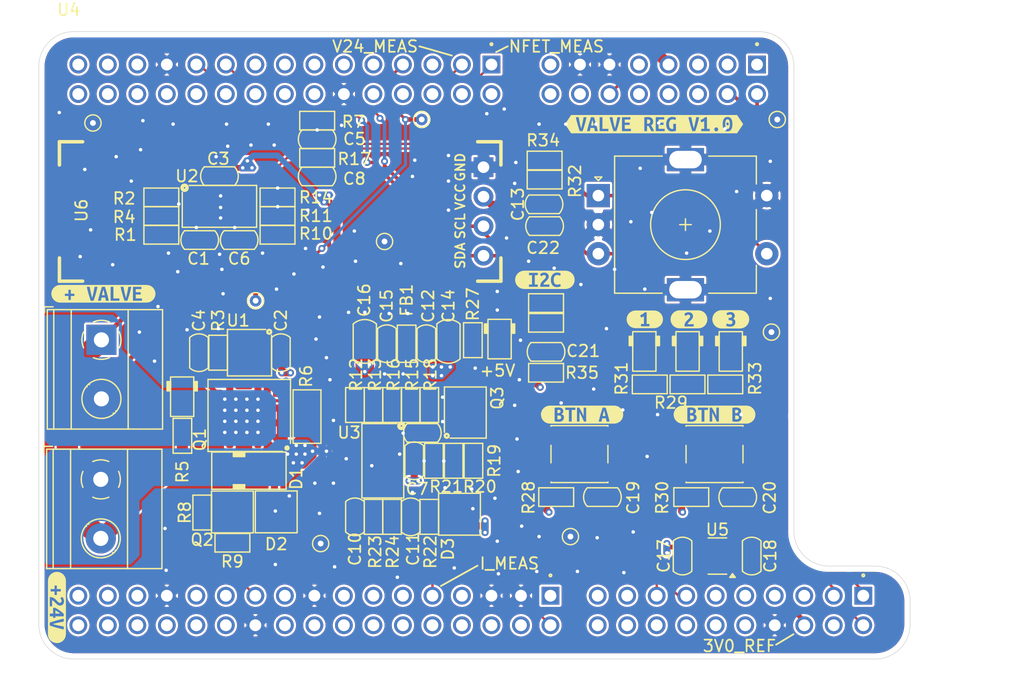
<source format=kicad_pcb>
(kicad_pcb (version 20240108) (generator "pcbnew") (generator_version "8.0")
  (layers (0 "F.Cu" signal) (1 "In1.Cu" signal) (2 "In2.Cu" signal) (31 "B.Cu" signal) (34 "B.Paste" user) (35 "F.Paste" user) (36 "B.SilkS" user "B.Silkscreen") (37 "F.SilkS" user "F.Silkscreen") (38 "B.Mask" user) (39 "F.Mask" user) (44 "Edge.Cuts" user))
  (net 0 "")
  (net 1 "+5VA")
  (net 2 "/Output_Analog/PWR_GND")
  (net 3 "GND")
  (net 4 "Net-(U2B-+)")
  (net 5 "+5VD")
  (net 6 "Net-(Q1-PadG)")
  (net 7 "Net-(Q1-PadS)")
  (net 8 "Net-(U2A--)")
  (net 9 "Net-(U2A-+)")
  (net 11 "Net-(U2B--)")
  (net 12 "Net-(D2-K)")
  (net 14 "Net-(D3-C)")
  (net 15 "Net-(Q2-B)")
  (net 16 "Net-(Q2-E)")
  (net 17 "Net-(Q3-PadD)")
  (net 18 "+3V3")
  (net 19 "/Output_Analog/LS1_OUT")
  (net 20 "Net-(LED1-A)")
  (net 21 "Net-(LED2-A)")
  (net 22 "Net-(LED3-A)")
  (net 23 "/Nucleo-144/I2C_SCK")
  (net 24 "/Nucleo-144/I2C_SDA")
  (net 25 "/Nucleo-144/3V0_REF")
  (net 26 "/Nucleo-144/LED_GRN")
  (net 27 "/Nucleo-144/LED_WHT")
  (net 28 "/Nucleo-144/LED_ORNG")
  (net 29 "/Nucleo-144/I_MEAS")
  (net 30 "/Nucleo-144/E_HIGH_I_RANGE")
  (net 31 "/Nucleo-144/IO_PWM_CONTROL")
  (net 32 "/Nucleo-144/EN_WETTING_CURRENT")
  (net 33 "/Nucleo-144/SW2")
  (net 34 "/Nucleo-144/SW1")
  (net 35 "/Nucleo-144/ENC_B")
  (net 36 "/Nucleo-144/ENC_A")
  (net 37 "/Nucleo-144/SW_ENC")
  (net 38 "/Output_Analog/LS1_RETURN")
  (net 39 "Net-(LED4-A)")
  (net 40 "Net-(LED5-A)")
  (net 41 "Net-(C9-Pad1)")
  (net 42 "/Nucleo-144/V24_MEAS")
  (net 43 "/Nucleo-144/V_NFET_MEAS")
  (net 44 "Net-(U3B-+)")
  (net 45 "Net-(R1-Pad2)")
  (net 46 "Net-(R10-Pad2)")
  (net 47 "Net-(U3A-+)")
  (net 48 "Net-(U3A--)")
  (net 49 "Net-(R15-Pad1)")
  (net 50 "Net-(U3B--)")
  (footprint "PCM_Resistor_SMD_AKL:R_0603_1608Metric" (layer "F.Cu") (at 100.6875 83.6 180)
    (property "Reference" "R11")
    (property "Value" "4k7" (hide yes))
  )
  (footprint "PCM_Resistor_SMD_AKL:R_0603_1608Metric" (layer "F.Cu") (at 123.8 97.1)
    (property "Reference" "R35")
    (property "Value" "10k" (hide yes))
  )
  (footprint "TerminalBlock_Phoenix:TerminalBlock_Phoenix_MKDS-1,5-2-5.08_1x02_P5.08mm_Horizontal" (layer "F.Cu") (at 85.53 94.265 -90)
    (property "Reference" "J3" (hide yes))
    (property "Value" "Screw_Terminal_01x02" (hide yes))
  )
  (footprint "PCM_Capacitor_SMD_AKL:C_0603_1608Metric" (layer "F.Cu") (at 123.675 84.475)
    (property "Reference" "C22")
    (property "Value" "100n" (hide yes))
  )
  (footprint "PCM_LED_SMD_AKL:LED_0805_2012Metric" (layer "F.Cu") (at 92.48 99.16 -90)
    (property "Reference" "LED1" (hide yes))
    (property "Value" "LED_0805_Red" (hide yes))
  )
  (footprint "PCM_Resistor_SMD_AKL:R_0603_1608Metric" (layer "F.Cu") (at 113.75 109.5 -90)
    (property "Reference" "R22")
    (property "Value" "100k" (hide yes))
  )
  (footprint "PCM_Resistor_SMD_AKL:R_0603_1608Metric" (layer "F.Cu") (at 92.5 102.525 90)
    (property "Reference" "R5")
    (property "Value" "4k7" (hide yes))
  )
  (footprint "PCM_Ferrite_SMD_AKL:Ferrite_0603_1608Metric" (layer "F.Cu") (at 111.8 94.6 90)
    (property "Reference" "FB1")
    (property "Value" "Ferrite_Bead" (hide yes))
  )
  (footprint "PCM_Package_TO_SOT_SMD_AKL:SOT-23-5" (layer "F.Cu") (at 98.275 95.3725 -90)
    (property "Reference" "U1")
    (property "Value" "74LVC1G17" (hide yes))
  )
  (footprint "PCM_Capacitor_SMD_AKL:C_0603_1608Metric" (layer "F.Cu") (at 93.9875 85.675)
    (property "Reference" "C1")
    (property "Value" "100n" (hide yes))
  )
  (footprint "PCM_Resistor_SMD_AKL:R_0603_1608Metric" (layer "F.Cu") (at 115.85 104.675 90)
    (property "Reference" "R20")
    (property "Value" "1k8" (hide yes))
  )
  (footprint "TestPoint:TestPoint_THTPad_D1.0mm_Drill0.5mm" (layer "F.Cu") (at 143.7 75.3)
    (property "Reference" "TP6" (hide yes))
    (property "Value" "GND" (hide yes))
  )
  (footprint "PCM_Capacitor_SMD_AKL:C_0603_1608Metric" (layer "F.Cu") (at 123.8 95.3 180)
    (property "Reference" "C21")
    (property "Value" "100n" (hide yes))
  )
  (footprint "PCM_Resistor_SMD_AKL:R_0603_1608Metric" (layer "F.Cu") (at 94.205 109.13 90)
    (property "Reference" "R8")
    (property "Value" "4k7" (hide yes))
  )
  (footprint "PCM_Resistor_SMD_AKL:R_0603_1608Metric" (layer "F.Cu") (at 123.675 78.825)
    (property "Reference" "R34")
    (property "Value" "10k" (hide yes))
  )
  (footprint "TestPoint:TestPoint_THTPad_D1.0mm_Drill0.5mm" (layer "F.Cu") (at 84.8 75.6)
    (property "Reference" "TP7" (hide yes))
    (property "Value" "GND" (hide yes))
  )
  (footprint "kibuzzard-66E6F464" (layer "F.Cu") (at 138.3 100.7)
    (property "Reference" "kibuzzard-66E6F464" (hide yes))
    (property "Value" "G***" (hide yes))
  )
  (footprint "PCM_Resistor_SMD_AKL:R_0603_1608Metric" (layer "F.Cu") (at 90.6875 83.6)
    (property "Reference" "R4")
    (property "Value" "220R" (hide yes))
  )
  (footprint "PCM_Resistor_SMD_AKL:R_0603_1608Metric" (layer "F.Cu") (at 110.55 109.5 -90)
    (property "Reference" "R24")
    (property "Value" "220R" (hide yes))
  )
  (footprint "PCM_Resistor_SMD_AKL:R_0603_1608Metric" (layer "F.Cu") (at 96.805 111.73)
    (property "Reference" "R9")
    (property "Value" "2k2" (hide yes))
  )
  (footprint "kibuzzard-66E6F497" (layer "F.Cu") (at 139.7 92.5)
    (property "Reference" "kibuzzard-66E6F497" (hide yes))
    (property "Value" "G***" (hide yes))
  )
  (footprint "TestPoint:TestPoint_THTPad_D1.0mm_Drill0.5mm" (layer "F.Cu") (at 104.4 111.8)
    (property "Reference" "TP4" (hide yes))
    (property "Value" "GND" (hide yes))
  )
  (footprint "PCM_Resistor_SMD_AKL:R_0603_1608Metric" (layer "F.Cu") (at 139.225 98.1 180)
    (property "Reference" "R33")
    (property "Value" "270R" (hide yes))
  )
  (footprint "PCM_Capacitor_SMD_AKL:C_0603_1608Metric" (layer "F.Cu") (at 93.925 95.3725 90)
    (property "Reference" "C4")
    (property "Value" "22n" (hide yes))
  )
  (footprint "PCM_Capacitor_SMD_AKL:C_0603_1608Metric" (layer "F.Cu") (at 123.625 82.6)
    (property "Reference" "C13")
    (property "Value" "100n" (hide yes))
  )
  (footprint "PCM_Package_SO_AKL:MSOP-8_3x3mm_P0.65mm" (layer "F.Cu") (at 109.75 104.675 -90)
    (property "Reference" "U3")
    (property "Value" "TSV732IS" (hide yes))
  )
  (footprint "kibuzzard-66E6F4D2" (layer "F.Cu") (at 85.7 90.3)
    (property "Reference" "kibuzzard-66E6F4D2" (hide yes))
    (property "Value" "G***" (hide yes))
  )
  (footprint "athanniss-semiconductors:Diodes_PowerDI5060-8_ThermalVias" (layer "F.Cu") (at 98.105 100.7725 90)
    (property "Reference" "Q1")
    (property "Value" "DMTH10H009LPSQ-13" (hide yes))
  )
  (footprint "athanniss-lcd:SSD1306-0.91-OLED-4pin-128x32_no-header-offset" (layer "F.Cu") (at 81.915 77.215)
    (property "Reference" "U6")
    (property "Value" "~")
  )
  (footprint "PCM_Resistor_SMD_AKL:R_0603_1608Metric" (layer "F.Cu") (at 123.8 92.8)
    (property "Reference" "R26" (hide yes))
    (property "Value" "2k2" (hide yes))
  )
  (footprint "PCM_Resistor_SMD_AKL:R_0603_1608Metric" (layer "F.Cu") (at 90.6875 82)
    (property "Reference" "R2")
    (property "Value" "4k7" (hide yes))
  )
  (footprint "PCM_Capacitor_SMD_AKL:C_0603_1608Metric" (layer "F.Cu") (at 100.975 95.3725 90)
    (property "Reference" "C2")
    (property "Value" "100n" (hide yes))
  )
  (footprint "PCM_Resistor_SMD_AKL:R_0603_1608Metric" (layer "F.Cu") (at 110.55 99.875 90)
    (property "Reference" "R16")
    (property "Value" "1k8" (hide yes))
  )
  (footprint "PCM_Package_TO_SOT_SMD_AKL:SOT-23" (layer "F.Cu") (at 96.805 109.08)
    (property "Reference" "Q2")
    (property "Value" "BSR14" (hide yes))
  )
  (footprint "TerminalBlock_Phoenix:TerminalBlock_Phoenix_MKDS-1,5-2-5.08_1x02_P5.08mm_Horizontal" (layer "F.Cu") (at 85.475 106.275 -90)
    (property "Reference" "J1" (hide yes))
    (property "Value" "Screw_Terminal_01x02" (hide yes))
  )
  (footprint "PCM_Resistor_SMD_AKL:R_0603_1608Metric" (layer "F.Cu") (at 114.15 104.675 -90)
    (property "Reference" "R21")
    (property "Value" "0R" (hide yes))
  )
  (footprint "PCM_Diode_SMD_AKL:D_SOD-128" (layer "F.Cu") (at 98.225 105.5225)
    (property "Reference" "D1")
    (property "Value" "STPST5H100AFY" (hide yes))
  )
  (footprint "PCM_LED_SMD_AKL:LED_0805_2012Metric" (layer "F.Cu") (at 139.7 95.2625 -90)
    (property "Reference" "LED5" (hide yes))
    (property "Value" "ORANGE" (hide yes))
  )
  (footprint "PCM_Resistor_SMD_AKL:R_1206_3216Metric" (layer "F.Cu") (at 103.225 100.8725 -90)
    (property "Reference" "R6")
    (property "Value" "0.015R" (hide yes))
  )
  (footprint "PCM_LED_SMD_AKL:LED_0805_2012Metric" (layer "F.Cu") (at 135.98 95.2625 -90)
    (property "Reference" "LED3" (hide yes))
    (property "Value" "GREEN" (hide yes))
  )
  (footprint "PCM_Resistor_SMD_AKL:R_0603_1608Metric" (layer "F.Cu") (at 123.8 91.1)
    (property "Reference" "R25" (hide yes))
    (property "Value" "2k2" (hide yes))
  )
  (footprint "PCM_Resistor_SMD_AKL:R_0603_1608Metric" (layer "F.Cu") (at 107.35 99.875 -90)
    (property "Reference" "R12")
    (property "Value" "100R" (hide yes))
  )
  (footprint "PCM_Resistor_SMD_AKL:R_0603_1608Metric" (layer "F.Cu") (at 124.675 107.8)
    (property "Reference" "R28")
    (property "Value" "10k" (hide yes))
  )
  (footprint "PCM_Package_TO_SOT_SMD_AKL:SOT-23" (layer "F.Cu") (at 100.575 109.0725)
    (property "Reference" "D2")
    (property "Value" "BAV199" (hide yes))
  )
  (footprint "PCM_Package_SO_AKL:MSOP-8_3x3mm_P0.65mm" (layer "F.Cu") (at 95.6875 82.775)
    (property "Reference" "U2")
    (property "Value" "TSV732IS" (hide yes))
  )
  (footprint "kibuzzard-66E6F41C" (layer "F.Cu") (at 133.1 75.7)
    (property "Reference" "kibuzzard-66E6F41C" (hide yes))
    (property "Value" "G***" (hide yes))
  )
  (footprint "PCM_Capacitor_SMD_AKL:C_0603_1608Metric" (layer "F.Cu") (at 112.15 109.5 90)
    (property "Reference" "C11")
    (property "Value" "100n" (hide yes))
  )
  (footprint "PCM_Capacitor_SMD_AKL:C_0603_1608Metric" (layer "F.Cu") (at 110.1 94.6 90)
    (property "Reference" "C15")
    (property "Value" "100n" (hide yes))
  )
  (footprint "NetTie:NetTie-2_THT_Pad0.3mm" (layer "F.Cu") (at 104.9 103.85 180)
    (property "Reference" "NT1" (hide yes))
    (property "Value" "NetTie_2" (hide yes))
  )
  (footprint "kibuzzard-66E6F48A" (layer "F.Cu") (at 132.3 92.5)
    (property "Reference" "kibuzzard-66E6F48A" (hide yes))
    (property "Value" "G***" (hide yes))
  )
  (footprint "PCM_Resistor_SMD_AKL:R_0603_1608Metric" (layer "F.Cu") (at 108.95 99.875 90)
    (property "Reference" "R13")
    (property "Value" "100k" (hide yes))
  )
  (footprint "PCM_Resistor_SMD_AKL:R_0603_1608Metric" (layer "F.Cu") (at 108.95 109.5 90)
    (property "Reference" "R23")
    (property "Value" "100k" (hide yes))
  )
  (footprint "Package_TO_SOT_SMD:SOT-23-6" (layer "F.Cu") (at 138.55 112.875 180)
    (property "Reference" "U5")
    (property "Value" "MCP1501-30xCH")
  )
  (footprint "TestPoint:TestPoint_THTPad_D1.0mm_Drill0.5mm" (layer "F.Cu") (at 143.2 93.6)
    (property "Reference" "TP8" (hide yes))
    (property "Value" "GND" (hide yes))
  )
  (footprint "athaniss-device:RotaryEncoder_Alps_EC11E18244A5" (layer "F.Cu") (at 128.3 81.85)
    (property "Reference" "SW3" (hide yes))
    (property "Value" "RotaryEncoder_Switch_MP" (hide yes))
  )
  (footprint "kibuzzard-66E6F4AB" (layer "F.Cu") (at 136.1 92.5)
    (property "Reference" "kibuzzard-66E6F4AB" (hide yes))
    (property "Value" "G***" (hide yes))
  )
  (footprint "kibuzzard-66E6F459" (layer "F.Cu") (at 126.9 100.7)
    (property "Reference" "kibuzzard-66E6F459" (hide yes))
    (property "Value" "G***" (hide yes))
  )
  (footprint "PCM_Capacitor_SMD_AKL:C_0805_2012Metric" (layer "F.Cu") (at 108.2 94.4 90)
    (property "Reference" "C16")
    (property "Value" "10u" (hide yes))
  )
  (footprint "PCM_Resistor_SMD_AKL:R_0603_1608Metric" (layer "F.Cu") (at 132.725 98.1 180)
    (property "Reference" "R31")
    (property "Value" "270R" (hide yes))
  )
  (footprint "PCM_Resistor_SMD_AKL:R_0603_1608Metric" (layer "F.Cu") (at 123.675 80.475)
    (property "Reference" "R32")
    (property "Value" "10k" (hide yes))
  )
  (footprint "PCM_Capacitor_SMD_AKL:C_0603_1608Metric" (layer "F.Cu") (at 107.35 109.5 -90)
    (property "Reference" "C10")
    (property "Value" "1n5" (hide yes))
  )
  (footprint "athanniss-semiconductors:SC-74-6_1.5x2.9mm_P0.95mm" (layer "F.Cu") (at 116.85 100.525 90)
    (property "Reference" "Q3")
    (property "Value" "PMN280ENEA" (hide yes))
  )
  (footprint "PCM_Resistor_SMD_AKL:R_0603_1608Metric" (layer "F.Cu") (at 135.975 98.1 180)
    (property "Reference" "R29")
    (property "Value" "270R" (hide yes))
  )
  (footprint "TestPoint:TestPoint_THTPad_D1.0mm_Drill0.5mm" (layer "F.Cu") (at 98.8 90.9)
    (property "Reference" "TP2" (hide yes))
    (property "Value" "TestPoint" (hide yes))
  )
  (footprint "PCM_Resistor_SMD_AKL:R_0603_1608Metric" (layer "F.Cu") (at 95.575 95.3725 90)
    (property "Reference" "R3")
    (property "Value" "47k" (hide yes))
  )
  (footprint "PCM_Package_TO_SOT_SMD_AKL:SOT-23" (layer "F.Cu") (at 116.35 109.275 90)
    (property "Reference" "D3")
    (property "Value" "BAT54S" (hide yes))
  )
  (footprint "PCM_Capacitor_SMD_AKL:C_0603_1608Metric" (layer "F.Cu") (at 97.3875 85.675 180)
    (property "Reference" "C6")
    (property "Value" "100n" (hide yes))
  )
  (footprint "PCM_Capacitor_SMD_AKL:C_0603_1608Metric" (layer "F.Cu") (at 95.6875 80.175 180)
    (property "Reference" "C3")
    (property "Value" "100n" (hide yes))
  )
  (footprint "PCM_Capacitor_SMD_AKL:C_0603_1608Metric" (layer "F.Cu") (at 113.15 102.275 180)
    (property "Reference" "C9" (hide yes))
    (property "Value" "100n" (hide yes))
  )
  (footprint "PCM_LED_SMD_AKL:LED_0805_2012Metric" (layer "F.Cu") (at 119.8 94.2 -90)
    (property "Reference" "LED2" (hide yes))
    (property "Value" "LED_0805_Red" (hide yes))
  )
  (footprint "PCM_Resistor_SMD_AKL:R_0603_1608Metric" (layer "F.Cu") (at 90.6875 85.225)
    (property "Reference" "R1")
    (property "Value" "47k" (hide yes))
  )
  (footprint "PCM_LED_SMD_AKL:LED_0805_2012Metric" (layer "F.Cu") (at 132.26 95.2625 -90)
    (property "Reference" "LED4" (hide yes))
    (property "Value" "WHITE" (hide yes))
  )
  (footprint "PCM_Capacitor_SMD_AKL:C_0603_1608Metric" (layer "F.Cu") (at 104.1 80.2 180)
    (property "Reference" "C8")
    (property "Value" "100n" (hide yes))
  )
  (footprint "PCM_Resistor_SMD_AKL:R_0603_1608Metric" (layer "F.Cu") (at 117.55 104.675 -90)
    (property "Reference" "R19")
    (property "Value" "10k" (hide yes))
  )
  (footprint "PCM_Resistor_SMD_AKL:R_0603_1608Metric" (layer "F.Cu") (at 117.5 94.295 90)
    (property "Reference" "R27")
    (property "Value" "4k7" (hide yes))
  )
  (footprint "PCM_Capacitor_SMD_AKL:C_0603_1608Metric" (layer "F.Cu") (at 135.55 112.875 -90)
    (property "Reference" "C17")
    (property "Value" "100n" (hide yes))
  )
  (footprint "TestPoint:TestPoint_THTPad_D1.0mm_Drill0.5mm" (layer "F.Cu") (at 125.9 111.2)
    (property "Reference" "TP3" (hide yes))
    (property "Value" "GND")
  )
  (footprint "PCM_Capacitor_SMD_AKL:C_0603_1608Metric" (layer "F.Cu") (at 141.5 112.875 90)
    (property "Reference" "C18")
    (property "Value" "100n" (hide yes))
  )
  (footprint "PCM_Resistor_SMD_AKL:R_0603_1608Metric" (layer "F.Cu") (at 100.6875 85.225 180)
    (property "Reference" "R10")
    (property "Value" "47k" (hide yes))
  )
  (footprint "PCM_Resistor_SMD_AKL:R_0603_1608Metric" (layer "F.Cu") (at 113.75 99.875 -90)
    (property "Reference" "R18")
    (property "Value" "220R" (hide yes))
  )
  (footprint "PCM_Resistor_SMD_AKL:R_0603_1608Metric" (layer "F.Cu") (at 104.1 78.6)
    (property "Reference" "R17")
    (property "Value" "220R" (hide yes))
  )
  (footprint "athaniss-device:SW_SPST_PTS647_Sx70" (layer "F.Cu") (at 138.3 104.1)
    (property "Reference" "SW2" (hide yes))
    (property "Value" "VAL?")
  )
  (footprint "PCM_Capacitor_SMD_AKL:C_0603_1608Metric" (layer "F.Cu") (at 113.5 94.6 90)
    (property "Reference" "C12")
    (property "Value" "100n" (hide yes))
  )
  (footprint "PCM_Resistor_SMD_AKL:R_0603_1608Metric" (layer "F.Cu") (at 112.15 99.875 90)
    (property "Reference" "R15")
    (property "Value" "56k" (hide yes))
  )
  (footprint "PCM_Capacitor_SMD_AKL:C_0603_1608Metric" (layer "F.Cu") (at 128.65 107.8)
    (property "Reference" "C19")
    (property "Value" "100n" (hide yes))
  )
  (footprint "TestPoint:TestPoint_THTPad_D1.0mm_Drill0.5mm" (layer "F.Cu") (at 113.1 75.3)
    (property "Reference" "TP1" (hide yes))
    (property "Value" "TestPoint" (hide yes))
  )
  (footprint "kibuzzard-66E6F4F3" (layer "F.Cu") (at 81.7 117.3 -90)
    (property "Reference" "kibuzzard-66E6F4F3" (hide yes))
    (property "Value" "G***" (hide yes))
  )
  (footprint "kibuzzard-66E6F432" (layer "F.Cu") (at 123.7 89.1)
    (property "Reference" "kibuzzard-66E6F432" (hide yes))
    (property "Value" "G***" (hide yes))
  )
  (footprint "PCM_Resistor_SMD_AKL:R_0603_1608Metric" (layer "F.Cu") (at 100.6875 82 180)
    (property "Reference" "R14")
    (property "Value" "220R" (hide yes))
  )
  (footprint "athaniss-device:SW_SPST_PTS647_Sx70" (layer "F.Cu") (at 126.675 104.1)
    (property "Reference" "SW1" (hide yes))
    (property "Value" "VAL?")
  )
  (footprint "TestPoint:TestPoint_THTPad_D1.0mm_Drill0.5mm" (layer "F.Cu") (at 109.9 85.8)
    (property "Reference" "TP5" (hide yes))
    (property "Value" "GND" (hide yes))
  )
  (footprint "athaniss-device:ST_Zio_Only_Connectors_144_STLink" (layer "F.Cu") (at 119.1 94.7 -90)
    (property "Reference" "U4")
    (property "Value" "NUCLEO144-H743ZI")
  )
  (footprint "PCM_Resistor_SMD_AKL:R_0603_1608Metric" (layer "F.Cu") (at 104.1 75.4)
    (property "Reference" "R7")
    (property "Value" "220R" (hide yes))
  )
  (footprint "PCM_Capacitor_SMD_AKL:C_0603_1608Metric" (layer "F.Cu") (at 104.1 77 180)
    (property "Reference" "C5")
    (property "Value" "100n" (hide yes))
  )
  (footprint "PCM_Capacitor_SMD_AKL:C_0603_1608Metric" (layer "F.Cu") (at 112.45 104.675 90)
    (property "Reference" "C7")
    (property "Value" "100n" (hide yes))
  )
  (footprint "PCM_Resistor_SMD_AKL:R_0603_1608Metric" (layer "F.Cu") (at 136.3 107.8)
    (property "Reference" "R30")
    (property "Value" "10k" (hide yes))
  )
  (footprint "PCM_Capacitor_SMD_AKL:C_0805_2012Metric" (layer "F.Cu") (at 115.4 94.4 90)
    (property "Reference" "C14")
    (property "Value" "10u" (hide yes))
  )
  (footprint "PCM_Capacitor_SMD_AKL:C_0603_1608Metric" (layer "F.Cu") (at 140.3 107.8)
    (property "Reference" "C20")
    (property "Value" "100n" (hide yes))
  )
  (gr_line (start 119.5 69.5) (end 120.5 69) (stroke (width 0.15)) (layer "F.SilkS"))
  (gr_line (start 143.6 120.5) (end 145.1 119.6) (stroke (width 0.15)) (layer "F.SilkS"))
  (gr_line (start 114.75 115.45) (end 117.9 113.7) (stroke (width 0.15)) (layer "F.SilkS"))
  (gr_line (start 112.9 69) (end 115.7 69.8) (stroke (width 0.15)) (layer "F.SilkS"))
  (gr_line (start 83.137441 121.737563) (end 152.137441 121.737563) (stroke (width 0.05)) (layer "Edge.Cuts"))
  (gr_arc (start 148.137441 113.737563) (mid 146.016107 112.858896) (end 145.137441 110.737563) (stroke (width 0.05)) (layer "Edge.Cuts"))
  (gr_arc (start 80.137441 70.737563) (mid 81.016136 68.616281) (end 83.137441 67.737563) (stroke (width 0.05)) (layer "Edge.Cuts"))
  (gr_arc (start 83.137441 121.737563) (mid 81.016107 120.858896) (end 80.137441 118.737563) (stroke (width 0.05)) (layer "Edge.Cuts"))
  (gr_arc (start 152.137441 113.737563) (mid 154.258748 114.616255) (end 155.137441 116.737563) (stroke (width 0.05)) (layer "Edge.Cuts"))
  (gr_arc (start 155.137441 118.737563) (mid 154.258777 120.858922) (end 152.137441 121.737563) (stroke (width 0.05)) (layer "Edge.Cuts"))
  (gr_arc (start 142.137441 67.737563) (mid 144.258748 68.616255) (end 145.137441 70.737563) (stroke (width 0.05)) (layer "Edge.Cuts"))
  (gr_line (start 145.137441 110.737563) (end 145.137441 70.737563) (stroke (width 0.05)) (layer "Edge.Cuts"))
  (gr_line (start 80.137441 70.737563) (end 80.137441 118.737563) (stroke (width 0.05)) (layer "Edge.Cuts"))
  (gr_line (start 119.137441 67.737563) (end 83.137441 67.737563) (stroke (width 0.05)) (layer "Edge.Cuts"))
  (gr_line (start 152.137441 113.737563) (end 148.137441 113.737563) (stroke (width 0.05)) (layer "Edge.Cuts"))
  (gr_line (start 155.137441 118.737563) (end 155.137441 116.737563) (stroke (width 0.05)) (layer "Edge.Cuts"))
  (gr_line (start 142.137441 67.737563) (end 119.137441 67.737563) (stroke (width 0.05)) (layer "Edge.Cuts"))
  (gr_text "+5V" (at 118 97.5 0) (layer "F.SilkS") (effects (font (size 1 1)) (justify left bottom)))
  (gr_text "I_MEAS\n" (at 118 114.1 0) (layer "F.SilkS") (effects (font (size 1 1)) (justify left bottom)))
  (gr_text "3V0_REF" (at 137.2 121.2 0) (layer "F.SilkS") (effects (font (size 1 1)) (justify left bottom)))
  (gr_text "NFET_MEAS" (at 120.5 69.6 0) (layer "F.SilkS") (effects (font (size 1 1)) (justify left bottom)))
  (gr_text "V24_MEAS" (at 105.3 69.6 0) (layer "F.SilkS") (effects (font (size 1 1)) (justify left bottom)))
  (segment (start 108.2 95.35) (end 110.075 95.35) (width 0.6096) (layer "F.Cu") (net 1))
  (segment (start 135.55 112.1) (end 134.3 112.1) (width 0.4064) (layer "F.Cu") (net 1))
  (segment (start 110.95 105.45) (end 112.45 105.45) (width 0.3048) (layer "F.Cu") (net 1))
  (segment (start 112.4 106.4) (end 112.8 106.4) (width 0.6096) (layer "F.Cu") (net 1))
  (segment (start 97.2875 80.175) (end 97.8 80.6875) (width 0.4064) (layer "F.Cu") (net 1))
  (segment (start 96.638462 79.461538) (end 96.4625 79.6375) (width 0.508) (layer "F.Cu") (net 1))
  (segment (start 138.074999 111.925) (end 138.6 112.450001) (width 0.4064) (layer "F.Cu") (net 1))
  (segment (start 112.45 106.35) (end 112.45 105.45) (width 0.6096) (layer "F.Cu") (net 1))
  (segment (start 105.8 83.1) (end 104.5 81.8) (width 0.6096) (layer "F.Cu") (net 1))
  (segment (start 112.4 106.4) (end 112.45 106.35) (width 0.6096) (layer "F.Cu") (net 1))
  (segment (start 110.075 95.35) (end 110.1 95.375) (width 0.6096) (layer "F.Cu") (net 1))
  (segment (start 134.2 112.2) (end 134.2 111.8) (width 0.6096) (layer "F.Cu") (net 1))
  (segment (start 96.4625 79.6375) (end 96.4625 80.175) (width 0.508) (layer "F.Cu") (net 1))
  (segment (start 112 106.4) (end 112.4 106.4) (width 0.6096) (layer "F.Cu") (net 1))
  (segment (start 135.725 111.925) (end 135.55 112.1) (width 0.4064) (layer "F.Cu") (net 1))
  (segment (start 138.6 113.2) (end 137.975 113.825) (width 0.4064) (layer "F.Cu") (net 1))
  (segment (start 110.2375 95.375) (end 111.8 93.8125) (width 0.6096) (layer "F.Cu") (net 1))
  (segment (start 110.725 105.675) (end 110.95 105.45) (width 0.3048) (layer "F.Cu") (net 1))
  (segment (start 138.6 112.450001) (end 138.6 113.2) (width 0.4064) (layer "F.Cu") (net 1))
  (segment (start 137.4125 111.925) (end 135.725 111.925) (width 0.4064) (layer "F.Cu") (net 1))
  (segment (start 104.8 82.3) (end 104.7 82.4) (width 0.6096) (layer "F.Cu") (net 1))
  (segment (start 97.8 80.6875) (end 97.8 81.8) (width 0.4064) (layer "F.Cu") (net 1))
  (segment (start 104.5 81.8) (end 104.3 81.8) (width 0.6096) (layer "F.Cu") (net 1))
  (segment (start 108.2 98.3) (end 108.2 97) (width 0.6096) (layer "F.Cu") (net 1))
  (segment (start 110.725 106.7875) (end 110.725 105.675) (width 0.3048) (layer "F.Cu") (net 1))
  (segment (start 134.3 112.1) (end 134.2 112.2) (width 0.4064) (layer "F.Cu") (net 1))
  (segment (start 97.692308 79.461538) (end 96.638462 79.461538) (width 0.508) (layer "F.Cu") (net 1))
  (segment (start 134.2 112.6) (end 134.2 112.2) (width 0.6096) (layer "F.Cu") (net 1))
  (segment (start 137.4125 111.925) (end 138.074999 111.925) (width 0.4064) (layer "F.Cu") (net 1))
  (segment (start 108.95 99.05) (end 108.2 98.3) (width 0.6096) (layer "F.Cu") (net 1))
  (segment (start 105.8 94.1) (end 105.8 83.1) (width 0.6096) (layer "F.Cu") (net 1))
  (segment (start 110.1 95.375) (end 110.2375 95.375) (width 0.6096) (layer "F.Cu") (net 1))
  (segment (start 108.2 95.35) (end 107.05 95.35) (width 0.6096) (layer "F.Cu") (net 1))
  (segment (start 137.975 113.825) (end 137.4125 113.825) (width 0.4064) (layer "F.Cu") (net 1))
  (segment (start 107.05 95.35) (end 105.8 94.1) (width 0.6096) (layer "F.Cu") (net 1))
  (segment (start 96.4625 80.175) (end 97.2875 80.175) (width 0.4064) (layer "F.Cu") (net 1))
  (via (at 108.6 96.4) (size 0.6) (drill 0.3) (layers "F.Cu" "B.Cu") (net 1))
  (via (at 112.8 106.4) (size 0.6) (drill 0.3) (layers "F.Cu" "B.Cu") (net 1))
  (via (at 134.2 111.8) (size 0.6) (drill 0.3) (layers "F.Cu" "B.Cu") (net 1))
  (via (at 112 106.4) (size 0.6) (drill 0.3) (layers "F.Cu" "B.Cu") (net 1))
  (via (at 108.2 97) (size 0.6) (drill 0.3) (layers "F.Cu" "B.Cu") (net 1))
  (via (at 104.3 81.8) (size 0.6) (drill 0.3) (layers "F.Cu" "B.Cu") (net 1))
  (via (at 107.8 96.4) (size 0.6) (drill 0.3) (layers "F.Cu" "B.Cu") (net 1))
  (via (at 97.692308 79.461538) (size 0.6) (drill 0.3) (layers "F.Cu" "B.Cu") (net 1))
  (via (at 98.492308 79.461538) (size 0.6) (drill 0.3) (layers "F.Cu" "B.Cu") (net 1))
  (via (at 105.1 81.8) (size 0.6) (drill 0.3) (layers "F.Cu" "B.Cu") (net 1))
  (via (at 98.092308 78.861538) (size 0.6) (drill 0.3) (layers "F.Cu" "B.Cu") (net 1))
  (via (at 134.2 112.6) (size 0.6) (drill 0.3) (layers "F.Cu" "B.Cu") (net 1))
  (via (at 104.7 82.4) (size 0.6) (drill 0.3) (layers "F.Cu" "B.Cu") (net 1))
  (segment (start 98.138462 78.861538) (end 98.6 78.4) (width 0.508) (layer "B.Cu") (net 1))
  (segment (start 108.2 96.8) (end 107.8 96.4) (width 0.6096) (layer "B.Cu") (net 1))
  (segment (start 108.2 96.8) (end 108.6 96.4) (width 0.6096) (layer "B.Cu") (net 1))
  (segment (start 107.8 96.4) (end 108.6 96.4) (width 0.6096) (layer "B.Cu") (net 1))
  (segment (start 112 106.4) (end 112.8 106.4) (width 0.6096) (layer "B.Cu") (net 1))
  (segment (start 108.2 97) (end 108.2 96.8) (width 0.6096) (layer "B.Cu") (net 1))
  (segment (start 134.2 112.6) (end 134.2 111.8) (width 0.6096) (layer "B.Cu") (net 1))
  (segment (start 98.6 78.4) (end 100.7 78.4) (width 0.508) (layer "B.Cu") (net 1))
  (segment (start 100.7 78.4) (end 104.7 82.4) (width 0.508) (layer "B.Cu") (net 1))
  (segment (start 98.092308 78.861538) (end 98.138462 78.861538) (width 0.508) (layer "B.Cu") (net 1))
  (segment (start 103.2 102.36) (end 103.225 102.335) (width 0.9144) (layer "F.Cu") (net 2))
  (via (at 103.05 103.35) (size 0.6) (drill 0.3) (layers "F.Cu" "B.Cu") (net 2))
  (via (at 102.8 104.85) (size 0.6) (drill 0.3) (layers "F.Cu" "B.Cu") (net 2))
  (via (at 103.05 104.1) (size 0.6) (drill 0.3) (layers "F.Cu" "B.Cu") (net 2))
  (via (at 101.55 104.1) (size 0.6) (drill 0.3) (layers "F.Cu" "B.Cu") (net 2))
  (via (at 102.05 104.85) (size 0.6) (drill 0.3) (layers "F.Cu" "B.Cu") (net 2))
  (via (at 102.3 103.35) (size 0.6) (drill 0.3) (layers "F.Cu" "B.Cu") (net 2))
  (via (at 102.3 104.1) (size 0.6) (drill 0.3) (layers "F.Cu" "B.Cu") (net 2))
  (segment (start 110.1 93.825) (end 110.275 93.825) (width 0.4064) (layer "F.Cu") (net 3))
  (via (at 103.1 86.4) (size 0.6) (drill 0.3) (layers "F.Cu" "B.Cu") (net 3))
  (via (at 115.9 113.9) (size 0.6) (drill 0.3) (layers "F.Cu" "B.Cu") (net 3))
  (via (at 95.7875 82.875) (size 0.6) (drill 0.3) (layers "F.Cu" "B.Cu") (net 3))
  (via (at 100.4 77.5) (size 0.6) (drill 0.3) (layers "F.Cu" "B.Cu") (net 3))
  (via (at 119.6 90.1) (size 0.6) (drill 0.3) (layers "F.Cu" "B.Cu") (net 3))
  (via (at 107.4 87.5) (size 0.6) (drill 0.3) (layers "F.Cu" "B.Cu") (net 3))
  (via (at 118.7 74.8) (size 0.6) (drill 0.3) (layers "F.Cu" "B.Cu") (net 3))
  (via (at 96 90.3) (size 0.6) (drill 0.3) (layers "F.Cu" "B.Cu") (net 3))
  (via (at 103.9 106.6) (size 0.6) (drill 0.3) (layers "F.Cu" "B.Cu") (net 3))
  (via (at 98.4 77.5) (size 0.6) (drill 0.3) (layers "F.Cu" "B.Cu") (net 3))
  (via (at 121.1 80.8) (size 0.6) (drill 0.3) (layers "F.Cu" "B.Cu") (net 3))
  (via (at 100.5 113.6) (size 0.6) (drill 0.3) (layers "F.Cu" "B.Cu") (net 3))
  (via (at 95.9 88.2) (size 0.6) (drill 0.3) (layers "F.Cu" "B.Cu") (net 3))
  (via (at 121.6 94.3) (size 0.6) (drill 0.3) (layers "F.Cu" "B.Cu") (net 3))
  (via (at 104.3 109.2) (size 0.6) (drill 0.3) (layers "F.Cu" "B.Cu") (net 3))
  (via (at 125.1 99.7) (size 0.6) (drill 0.3) (layers "F.Cu" "B.Cu") (net 3))
  (via (at 111.3 87.7) (size 0.6) (drill 0.3) (layers "F.Cu" "B.Cu") (net 3))
  (via (at 121.4 105.6) (size 0.6) (drill 0.3) (layers "F.Cu" "B.Cu") (net 3))
  (via (at 104.3 92.3) (size 0.6) (drill 0.3) (layers "F.Cu" "B.Cu") (net 3))
  (via (at 139.2 76.1) (size 0.6) (drill 0.3) (layers "F.Cu" "B.Cu") (net 3))
  (via (at 121.5 97.7) (size 0.6) (drill 0.3) (layers "F.Cu" "B.Cu") (net 3))
  (via (at 104 94.2) (size 0.6) (drill 0.3) (layers "F.Cu" "B.Cu") (net 3))
  (via (at 121.2 79) (size 0.6) (drill 0.3) (layers "F.Cu" "B.Cu") (net 3))
  (via (at 109.9 97.2) (size 0.6) (drill 0.3) (layers "F.Cu" "B.Cu") (net 3))
  (via (at 115.4 83.1) (size 0.6) (drill 0.3) (layers "F.Cu" "B.Cu") (net 3))
  (via (at 121.7 110.3) (size 0.6) (drill 0.3) (layers "F.Cu" "B.Cu") (net 3))
  (via (at 95.7875 81.875) (size 0.6) (drill 0.3) (layers "F.Cu" "B.Cu") (net 3))
  (via (at 114.9 101.3) (size 0.6) (drill 0.3) (layers "F.Cu" "B.Cu") (net 3))
  (via (at 91.3 86.8) (size 0.6) (drill 0.3) (layers "F.Cu" "B.Cu") (net 3))
  (via (at 92.1875 82.575) (size 0.6) (drill 0.3) (layers "F.Cu" "B.Cu") (net 3))
  (via (at 106.2 75.8) (size 0.6) (drill 0.3) (layers "F.Cu" "B.Cu") (net 3))
  (via (at 128.2 111.3) (size 0.6) (drill 0.3) (layers "F.Cu" "B.Cu") (net 3))
  (via (at 111.2 104.1) (size 0.6) (drill 0.3) (layers "F.Cu" "B.Cu") (net 3))
  (via (at 91 110.5) (size 0.6) (drill 0.3) (layers "F.Cu" "B.Cu") (net 3))
  (via (at 100.5 109) (size 0.6) (drill 0.3) (layers "F.Cu" "B.Cu") (net 3))
  (via (at 84.6 84.8) (size 0.6) (drill 0.3) (layers "F.Cu" "B.Cu") (net 3))
  (via (at 88.9 77.9) (size 0.6) (drill 0.3) (layers "F.Cu" "B.Cu") (net 3))
  (via (at 90.4 91.4) (size 0.6) (drill 0.3) (layers "F.Cu" "B.Cu") (net 3))
  (via (at 91.1 114.1) (size 0.6) (drill 0.3) (layers "F.Cu" "B.Cu") (net 3))
  (via (at 91.7 75.7) (size 0.6) (drill 0.3) (layers "F.Cu" "B.Cu") (net 3))
  (via (at 114.9 99.2) (size 0.6) (drill 0.3) (layers "F.Cu" "B.Cu") (net 3))
  (via (at 119.6 91.7) (size 0.6) (drill 0.3) (layers "F.Cu" "B.Cu") (net 3))
  (via (at 112.3 80.2) (size 0.6) (drill 0.3) (layers "F.Cu" "B.Cu") (net 3))
  (via (at 129.7 88.2) (size 0.6) (drill 0.3) (layers "F.Cu" "B.Cu") (net 3))
  (via (at 125.5 75.7) (size 0.6) (drill 0.3) (layers "F.Cu" "B.Cu") (net 3))
  (via (at 126.5 114.2) (size 0.6) (drill 0.3) (layers "F.Cu" "B.Cu") (net 3))
  (via (at 117.7 96.7) (size 0.6) (drill 0.3) (layers "F.Cu" "B.Cu") (net 3))
  (via (at 130.5 114.3) (size 0.6) (drill 0.3) (layers "F.Cu" "B.Cu") (net 3))
  (via (at 88.1 80.6) (size 0.6) (drill 0.3) (layers "F.Cu" "B.Cu") (net 3))
  (via (at 105.5 101.2) (size 0.6) (drill 0.3) (layers "F.Cu" "B.Cu") (net 3))
  (via (at 105.6 113.8) (size 0.6) (drill 0.3) (layers "F.Cu" "B.Cu") (net 3))
  (via (at 111.5 97.2) (size 0.6) (drill 0.3) (layers "F.Cu" "B.Cu") (net 3))
  (via (at 131.3 110.8) (size 0.6) (drill 0.3) (layers "F.Cu" "B.Cu") (net 3))
  (via (at 119.6 111.6) (size 0.6) (drill 0.3) (layers "F.Cu" "B.Cu") (net 3))
  (via (at 90.1 96.1) (size 0.6) (drill 0.3) (layers "F.Cu" "B.Cu") (net 3))
  (via (at 123 114.2) (size 0.6) (drill 0.3) (layers "F.Cu" "B.Cu") (net 3))
  (via (at 140.6 100.7) (size 0.6) (drill 0.3) (layers "F.Cu" "B.Cu") (net 3))
  (via (at 81.9 74.7) (size 0.6) (drill 0.3) (layers "F.Cu" "B.Cu") (net 3))
  (via (at 143.1 78.9) (size 0.6) (drill 0.3) (layers "F.Cu" "B.Cu") (net 3))
  (via (at 99.9 75.7) (size 0.6) (drill 0.3) (layers "F.Cu" "B.Cu") (net 3))
  (via (at 111.9 92) (size 0.6) (drill 0.3) (layers "F.Cu" "B.Cu") (net 3))
  (via (at 100.7 82.8) (size 0.6) (drill 0.3) (layers "F.Cu" "B.Cu") (net 3))
  (via (at 106.8 91.9) (size 0.6) (drill 0.3) (layers "F.Cu" "B.Cu") (net 3))
  (via (at 102.1 88.6) (size 0.6) (drill 0.3) (layers "F.Cu" "B.Cu") (net 3))
  (via (at 100.7 81.2) (size 0.6) (drill 0.3) (layers "F.Cu" "B.Cu") (net 3))
  (via (at 101.7 107.7) (size 0.6) (drill 0.3) (layers "F.Cu" "B.Cu") (net 3))
  (via (at 117.5 108.8) (size 0.6) (drill 0.3) (layers "F.Cu" "B.Cu") (net 3))
  (via (at 122.3 87.5) (size 0.6) (drill 0.3) (layers "F.Cu" "B.Cu") (net 3))
  (via (at 108.8 105.1) (size 0.6) (drill 0.3) (layers "F.Cu" "B.Cu") (net 3))
  (via (at 140.2 81.5) (size 0.6) (drill 0.3) (layers "F.Cu" "B.Cu") (net 3))
  (via (at 95.6 93.3) (size 0.6) (drill 0.3) (layers "F.Cu" "B.Cu") (net 3))
  (via (at 95.4 78.5) (size 0.6) (drill 0.3) (layers "F.Cu" "B.Cu") (net 3))
  (via (at 104.6 88) (size 0.6) (drill 0.3) (layers "F.Cu" "B.Cu") (net 3))
  (via (at 110.3 92) (size 0.6) (drill 0.3) (layers "F.Cu" "B.Cu") (net 3))
  (via (at 131.9 79.5) (size 0.6) (drill 0.3) (layers "F.Cu" "B.Cu") (net 3))
  (via (at 95.7 86.9) (size 0.6) (drill 0.3) (layers "F.Cu" "B.Cu") (net 3))
  (via (at 96.4 77.6) (size 0.6) (drill 0.3) (layers "F.Cu" "B.Cu") (net 3))
  (via (at 120.2 74.4) (size 0.6) (drill 0.3) (layers "F.Cu" "B.Cu") (net 3))
  (via (at 113.3 104.7) (size 0.6) (drill 0.3) (layers "F.Cu" "B.Cu") (net 3))
  (via (at 95.7875 83.775) (size 0.6) (drill 0.3) (layers "F.Cu" "B.Cu") (net 3))
  (via (at 123.2 75.7) (size 0.6) (drill 0.3) (layers "F.Cu" "B.Cu") (net 3))
  (via (at 99.4 86.8) (size 0.6) (drill 0.3) (layers "F.Cu" "B.Cu") (net 3))
  (via (at 105.2 97.7) (size 0.6) (drill 0.3) (layers "F.Cu" "B.Cu") (net 3))
  (via (at 88.8 93.6) (size 0.6) (drill 0.3) (layers "F.Cu" "B.Cu") (net 3))
  (via (at 103.3 83.1) (size 0.6) (drill 0.3) (layers "F.Cu" "B.Cu") (net 3))
  (via (at 133.4 100.7) (size 0.6) (drill 0.3) (layers "F.Cu" "B.Cu") (net 3))
  (via (at 104.1 76.2) (size 0.6) (drill 0.3) (layers "F.Cu" "B.Cu") (net 3))
  (via (at 96.3 75.7) (size 0.6) (drill 0.3) (layers "F.Cu" "B.Cu") (net 3))
  (via (at 107.3 84.9) (size 0.6) (drill 0.3) (layers "F.Cu" "B.Cu") (net 3))
  (via (at 127.9 98.5) (size 0.6) (drill 0.3) (layers "F.Cu" "B.Cu") (net 3))
  (via (at 115.4 80.6) (size 0.6) (drill 0.3) (layers "F.Cu" "B.Cu") (net 3))
  (via (at 115 104.7) (size 0.6) (drill 0.3) (layers "F.Cu" "B.Cu") (net 3))
  (via (at 119.4 107.9) (size 0.6) (drill 0.3) (layers "F.Cu" "B.Cu") (net 3))
  (via (at 92.1 88.4) (size 0.6) (drill 0.3) (layers "F.Cu" "B.Cu") (net 3))
  (via (at 135.9 86.8) (size 0.6) (drill 0.3) (layers "F.Cu" "B.Cu") (net 3))
  (via (at 111 114.7) (size 0.6) (drill 0.3) (layers "F.Cu" "B.Cu") (net 3))
  (via (at 133.5 75.6) (size 0.6) (drill 0.3) (layers "F.Cu" "B.Cu") (net 3))
  (via (at 105.5 106.6) (size 0.6) (drill 0.3) (layers "F.Cu" "B.Cu") (net 3))
  (via (at 129 93.3) (size 0.6) (drill 0.3) (layers "F.Cu" "B.Cu") (net 3))
  (via (at 111.5 102.3) (size 0.6) (drill 0.3) (layers "F.Cu" "B.Cu") (net 3))
  (via (at 137.9 84.9) (size 0.6) (drill 0.3) (layers "F.Cu" "B.Cu") (net 3))
  (via (at 97 84.6) (size 0.6) (drill 0.3) (layers "F.Cu" "B.Cu") (net 3))
  (via (at 86.8 78.5) (size 0.6) (drill 0.3) (layers "F.Cu" "B.Cu") (net 3))
  (via (at 124.5 88.1) (size 0.6) (drill 0.3) (layers "F.Cu" "B.Cu") (net 3))
  (via (at 130.4 100.3) (size 0.6) (drill 0.3) (layers "F.Cu" "B.Cu") (net 3))
  (via (at 89.1 75.4) (size 0.6) (drill 0.3) (layers "F.Cu" "B.Cu") (net 3))
  (via (at 132.9 83.3) (size 0.6) (drill 0.3) (layers "F.Cu" "B.Cu") (net 3))
  (via (at 132.3 89.9) (size 0.6) (drill 0.3) (layers "F.Cu" "B.Cu") (net 3))
  (via (at 126.8 89.5) (size 0.6) (drill 0.3) (layers "F.Cu" "B.Cu") (net 3))
  (via (at 115.1 107) (size 0.6) (drill 0.3) (layers "F.Cu" "B.Cu") (net 3))
  (via (at 119.7 114.4) (size 0.6) (drill 0.3) (layers "F.Cu" "B.Cu") (net 3))
  (via (at 100.6 89.9) (size 0.6) (drill 0.3) (layers "F.Cu" "B.Cu") (net 3))
  (via (at 112.3 107.4) (size 0.6) (drill 0.3) (layers "F.Cu" "B.Cu") (net 3))
  (via (at 143.1 90.7) (size 0.6) (drill 0.3) (layers "F.Cu" "B.Cu") (net 3))
  (via (at 84.1 79.6) (size 0.6) (drill 0.3) (layers "F.Cu" "B.Cu") (net 3))
  (via (at 121.1 99.9) (size 0.6) (drill 0.3) (layers "F.Cu" "B.Cu") (net 3))
  (via (at 120.4 85.5) (size 0.6) (drill 0.3) (layers "F.Cu" "B.Cu") (net 3))
  (via (at 104.9 95.8) (size 0.6) (drill 0.3) (layers "F.Cu" "B.Cu") (net 3))
  (via (at 123.2 111.2) (size 0.6) (drill 0.3) (layers "F.Cu" "B.Cu") (net 3))
  (via (at 86.5 87.8) (size 0.6) (drill 0.3) (layers "F.Cu" "B.Cu") (net 3))
  (via (at 121.3 102.8) (size 0.6) (drill 0.3) (layers "F.Cu" "B.Cu") (net 3))
  (via (at 108.2 91.9) (size 0.6) (drill 0.3) (layers "F.Cu" "B.Cu") (net 3))
  (via (at 106.6 104.5) (size 0.6) (drill 0.3) (layers "F.Cu" "B.Cu") (net 3))
  (via (at 93.7 84.6) (size 0.6) (drill 0.3) (layers "F.Cu" "B.Cu") (net 3))
  (via (at 92.9 93.4) (size 0.6) (drill 0.3) (layers "F.Cu" "B.Cu") (net 3))
  (via (at 128.1 75.7) (size 0.6) (drill 0.3) (layers "F.Cu" "B.Cu") (net 3))
  (via (at 115.4 78.4) (size 0.6) (drill 0.3) (layers "F.Cu" "B.Cu") (net 3))
  (via (at 131.1 84.1) (size 0.6) (drill 0.3) (layers "F.Cu" "B.Cu") (net 3))
  (via (at 83.7 87.1) (size 0.6) (drill 0.3) (layers "F.Cu" "B.Cu") (net 3))
  (via (at 112.5 78.8) (size 0.6) (drill 0.3) (layers "F.Cu" "B.Cu") (net 3))
  (via (at 117.4 107.1) (size 0.6) (drill 0.3) (layers "F.Cu" "B.Cu") (net 3))
  (via (at 132.5 104.3) (size 0.6) (drill 0.3) (layers "F.Cu" "B.Cu") (net 3))
  (segment (start 99.8625 82.266404) (end 99.8625 82) (width 0.4064) (layer "F.Cu") (net 4))
  (segment (start 99.0593 83.069604) (end 99.8625 82.266404) (width 0.4064) (layer "F.Cu") (net 4))
  (segment (start 97.8 83.75) (end 98.676904 83.75) (width 0.4064) (layer "F.Cu") (net 4))
  (segment (start 99.8625 82.185738) (end 99.8625 82) (width 0.3048) (layer "F.Cu") (net 4))
  (segment (start 98.1625 84.1125) (end 97.8 83.75) (width 0.4064) (layer "F.Cu") (net 4))
  (segment (start 98.676904 83.75) (end 99.0593 83.367604) (width 0.4064) (layer "F.Cu") (net 4))
  (segment (start 98.1625 85.675) (end 98.1625 84.1125) (width 0.4064) (layer "F.Cu") (net 4))
  (segment (start 99.0593 83.367604) (end 99.0593 83.069604) (width 0.4064) (layer "F.Cu") (net 4))
  (segment (start 99.525 96.1225) (end 99.2 96.4475) (width 0.2) (layer "F.Cu") (net 5))
  (segment (start 101.05 97.1) (end 101.05 96.2225) (width 0.6096) (layer "F.Cu") (net 5))
  (segment (start 111.8 95.3875) (end 113.4875 95.3875) (width 0.6096) (layer "F.Cu") (net 5))
  (segment (start 101.05 96.2225) (end 100.975 96.1475) (width 0.6096) (layer "F.Cu") (net 5))
  (segment (start 115.375 95.375) (end 115.4 95.35) (width 0.6096) (layer "F.Cu") (net 5))
  (segment (start 113.5 95.375) (end 115.375 95.375) (width 0.6096) (layer "F.Cu") (net 5))
  (segment (start 101.8 97.1) (end 101.05 97.1) (width 0.6096) (layer "F.Cu") (net 5))
  (segment (start 115.55 95.2) (end 117.42 95.2) (width 0.6096) (layer "F.Cu") (net 5))
  (segment (start 118.55 109.85) (end 118.55 110.35) (width 0.6096) (layer "F.Cu") (net 5))
  (segment (start 100.975 96.1475) (end 99.55 96.1475) (width 0.6096) (layer "F.Cu") (net 5))
  (segment (start 113.4875 95.3875) (end 113.5 95.375) (width 0.6096) (layer "F.Cu") (net 5))
  (segment (start 118.55 110.35) (end 118.55 110.85) (width 0.6096) (layer "F.Cu") (net 5))
  (segment (start 118.475 110.275) (end 118.55 110.35) (width 0.6096) (layer "F.Cu") (net 5))
  (segment (start 117.3 110.275) (end 118.475 110.275) (width 0.6096) (layer "F.Cu") (net 5))
  (segment (start 99.55 96.1475) (end 99.225 96.4725) (width 0.6096) (layer "F.Cu") (net 5))
  (segment (start 115.4 95.35) (end 115.55 95.2) (width 0.6096) (layer "F.Cu") (net 5))
  (segment (start 117.42 95.2) (end 117.5 95.12) (width 0.6096) (layer "F.Cu") (net 5))
  (via (at 101.8 97.1) (size 0.6) (drill 0.3) (layers "F.Cu" "B.Cu") (net 5))
  (via (at 118.55 110.85) (size 0.6) (drill 0.3) (layers "F.Cu" "B.Cu") (net 5))
  (via (at 114.8 97.35) (size 0.6) (drill 0.3) (layers "F.Cu" "B.Cu") (net 5))
  (via (at 114.8 96.6) (size 0.6) (drill 0.3) (layers "F.Cu" "B.Cu") (net 5))
  (via (at 115.55 96.6) (size 0.6) (drill 0.3) (layers "F.Cu" "B.Cu") (net 5))
  (via (at 101.05 97.1) (size 0.6) (drill 0.3) (layers "F.Cu" "B.Cu") (net 5))
  (via (at 114.05 97.35) (size 0.6) (drill 0.3) (layers "F.Cu" "B.Cu") (net 5))
  (via (at 114.05 96.6) (size 0.6) (drill 0.3) (layers "F.Cu" "B.Cu") (net 5))
  (via (at 118.55 109.85) (size 0.6) (drill 0.3) (layers "F.Cu" "B.Cu") (net 5))
  (segment (start 114.8 96.6) (end 115.55 96.6) (width 0.6096) (layer "B.Cu") (net 5))
  (segment (start 114.8 97.35) (end 114.8 96.6) (width 0.6096) (layer "B.Cu") (net 5))
  (segment (start 114.8 97.35) (end 115.55 96.6) (width 0.6096) (layer "B.Cu") (net 5))
  (segment (start 114.05 97.35) (end 114.05 96.6) (width 0.6096) (layer "B.Cu") (net 5))
  (segment (start 118.55 110.85) (end 118.55 109.85) (width 0.6096) (layer "B.Cu") (net 5))
  (segment (start 114.05 96.6) (end 114.8 97.35) (width 0.6096) (layer "B.Cu") (net 5))
  (segment (start 114.8 97.35) (end 114.05 97.35) (width 0.6096) (layer "B.Cu") (net 5))
  (segment (start 114.05 96.6) (end 114.8 96.6) (width 0.6096) (layer "B.Cu") (net 5))
  (segment (start 98.155 97.3025) (end 99.37 97.3025) (width 0.2) (layer "F.Cu") (net 6))
  (segment (start 97.325 96.4725) (end 98.155 97.3025) (width 0.2) (layer "F.Cu") (net 6))
  (segment (start 99.37 97.3025) (end 100.935 98.8675) (width 0.2) (layer "F.Cu") (net 6))
  (segment (start 100.935 101.4075) (end 100.935 102.6775) (width 0.6096) (layer "F.Cu") (net 7))
  (segment (start 103.225 99.41) (end 103.535 99.1) (width 0.3048) (layer "F.Cu") (net 7))
  (segment (start 107.3 99.1) (end 107.35 99.05) (width 0.3048) (layer "F.Cu") (net 7))
  (segment (start 100.935 100.1375) (end 102.4975 100.1375) (width 0.6096) (layer "F.Cu") (net 7))
  (segment (start 100.935 100.1375) (end 100.935 101.4075) (width 0.6096) (layer "F.Cu") (net 7))
  (segment (start 102.4975 100.1375) (end 103.225 99.41) (width 0.6096) (layer "F.Cu") (net 7))
  (segment (start 103.535 99.1) (end 107.3 99.1) (width 0.3048) (layer "F.Cu") (net 7))
  (segment (start 93.575 82.45) (end 93.575 81.8) (width 0.4064) (layer "F.Cu") (net 8))
  (segment (start 101.3 76.6) (end 94.6 76.6) (width 0.2) (layer "F.Cu") (net 8))
  (segment (start 94.6 76.6) (end 93.575 77.625) (width 0.2) (layer "F.Cu") (net 8))
  (segment (start 103.275 75.3) (end 102.6 75.3) (width 0.2) (layer "F.Cu") (net 8))
  (segment (start 102.6 75.3) (end 101.3 76.6) (width 0.2) (layer "F.Cu") (net 8))
  (segment (start 93.575 77.625) (end 93.575 81.8) (width 0.2) (layer "F.Cu") (net 8))
  (segment (start 92.198096 83.6) (end 91.5125 83.6) (width 0.4064) (layer "F.Cu") (net 9))
  (segment (start 93.575 83.1) (end 92.698096 83.1) (width 0.4064) (layer "F.Cu") (net 9))
  (segment (start 93.2125 85.675) (end 92.3593 84.8218) (width 0.4064) (layer "F.Cu") (net 9))
  (segment (start 92.3593 83.761204) (end 92.198096 83.6) (width 0.4064) (layer "F.Cu") (net 9))
  (segment (start 92.698096 83.1) (end 92.198096 83.6) (width 0.4064) (layer "F.Cu") (net 9))
  (segment (start 92.3593 84.8218) (end 92.3593 83.761204) (width 0.4064) (layer "F.Cu") (net 9))
  (segment (start 101.5 78.6) (end 99.1 81) (width 0.2) (layer "F.Cu") (net 11))
  (segment (start 99.1 81.962499) (end 98.612499 82.45) (width 0.2) (layer "F.Cu") (net 11))
  (segment (start 97.8 83.1) (end 97.8 82.45) (width 0.4064) (layer "F.Cu") (net 11))
  (segment (start 99.1 81) (end 99.1 81.962499) (width 0.2) (layer "F.Cu") (net 11))
  (segment (start 98.612499 82.45) (end 97.8 82.45) (width 0.2) (layer "F.Cu") (net 11))
  (segment (start 103.275 78.6) (end 101.5 78.6) (width 0.2) (layer "F.Cu") (net 11))
  (segment (start 97.805 109.355) (end 98.4725 110.0225) (width 0.6096) (layer "F.Cu") (net 12))
  (segment (start 97.805 109.08) (end 97.805 109.355) (width 0.6096) (layer "F.Cu") (net 12))
  (segment (start 98.4725 110.0225) (end 99.575 110.0225) (width 0.6096) (layer "F.Cu") (net 12))
  (segment (start 112.9 109.525) (end 113.75 108.675) (width 0.2) (layer "F.Cu") (net 14))
  (segment (start 115.85 106.15) (end 115.85 105.5) (width 0.2) (layer "F.Cu") (net 14))
  (segment (start 116.35 106.65) (end 115.85 106.15) (width 0.2) (layer "F.Cu") (net 14))
  (segment (start 116.35 108.275) (end 116.35 106.65) (width 0.2) (layer "F.Cu") (net 14))
  (segment (start 108.95 110.325) (end 109.75 109.525) (width 0.2) (layer "F.Cu") (net 14))
  (segment (start 109.75 109.525) (end 112.9 109.525) (width 0.2) (layer "F.Cu") (net 14))
  (segment (start 114.375 108.275) (end 116.35 108.275) (width 0.2) (layer "F.Cu") (net 14))
  (segment (start 114.15 105.5) (end 115.85 105.5) (width 0.2) (layer "F.Cu") (net 14))
  (segment (start 113.975 108.675) (end 114.375 108.275) (width 0.2) (layer "F.Cu") (net 14))
  (segment (start 113.75 108.675) (end 113.975 108.675) (width 0.2) (layer "F.Cu") (net 14))
  (segment (start 94.205 108.305) (end 94.845 108.305) (width 0.6096) (layer "F.Cu") (net 15))
  (segment (start 94.845 108.305) (end 95.05 108.1) (width 0.6096) (layer "F.Cu") (net 15))
  (segment (start 95.775 108.1) (end 95.805 108.13) (width 0.6096) (layer "F.Cu") (net 15))
  (segment (start 95.05 108.1) (end 95.775 108.1) (width 0.6096) (layer "F.Cu") (net 15))
  (segment (start 95.805 110.03) (end 95.805 111.555) (width 0.6096) (layer "F.Cu") (net 16))
  (segment (start 95.805 111.555) (end 95.98 111.73) (width 0.6096) (layer "F.Cu") (net 16))
  (segment (start 115.9 103.8) (end 115.85 103.85) (width 0.2) (layer "F.Cu") (net 17))
  (segment (start 116.85 99.3875) (end 115.9 99.3875) (width 0.2) (layer "F.Cu") (net 17))
  (segment (start 115.9 99.3875) (end 115.9 103.8) (width 0.2) (layer "F.Cu") (net 17))
  (segment (start 115.9 101.6625) (end 116.85 101.6625) (width 0.2) (layer "F.Cu") (net 17))
  (segment (start 119.05 82.6) (end 122.85 82.6) (width 0.6096) (layer "F.Cu") (net 18))
  (segment (start 122.85 80.475) (end 122.85 82.6) (width 0.6096) (layer "F.Cu") (net 18))
  (segment (start 122.85 82.6) (end 122.85 84.425) (width 0.6096) (layer "F.Cu") (net 18))
  (segment (start 122.85 84.425) (end 122.9 84.475) (width 0.6096) (layer "F.Cu") (net 18))
  (segment (start 132.62 68.85) (end 123.3 68.85) (width 0.9144) (layer "F.Cu") (net 18))
  (segment (start 135.475 107.8) (end 135.475 109.025) (width 0.6096) (layer "F.Cu") (net 18))
  (segment (start 122.975 97.1) (end 122.975 98.025) (width 0.6096) (layer "F.Cu") (net 18))
  (segment (start 135.475 109.025) (end 135.55 109.1) (width 0.6096) (layer "F.Cu") (net 18))
  (segment (start 122.975 97.05) (end 123.025 97.1) (width 0.2) (layer "F.Cu") (net 18))
  (segment (start 121.55 77.525) (end 122.85 78.825) (width 0.9144) (layer "F.Cu") (net 18))
  (segment (start 121.55 70.6) (end 121.55 77.525) (width 0.9144) (layer "F.Cu") (net 18))
  (segment (start 123.85 107.8) (end 123.85 108.9) (width 0.6096) (layer "F.Cu") (net 18))
  (segment (start 118.415 81.945) (end 118.415 81.965) (width 0.6096) (layer "F.Cu") (net 18))
  (segment (start 122.85 78.825) (end 122.85 80.475) (width 0.6096) (layer "F.Cu") (net 18))
  (segment (start 123.85 108.9) (end 124.05 109.1) (width 0.6096) (layer "F.Cu") (net 18))
  (segment (start 118.415 81.965) (end 119.05 82.6) (width 0.6096) (layer "F.Cu") (net 18))
  (segment (start 134.34 70.57) (end 132.62 68.85) (width 0.9144) (layer "F.Cu") (net 18))
  (segment (start 122.975 98.025) (end 123.3 98.35) (width 0.6096) (layer "F.Cu") (net 18))
  (segment (start 123.3 68.85) (end 121.55 70.6) (width 0.9144) (layer "F.Cu") (net 18))
  (via (at 124.05 109.1) (size 0.6) (drill 0.3) (layers "F.Cu" "B.Cu") (net 18))
  (via (at 135.55 109.1) (size 0.6) (drill 0.3) (layers "F.Cu" "B.Cu") (net 18))
  (via (at 123.3 98.35) (size 0.6) (drill 0.3) (layers "F.Cu" "B.Cu") (net 18))
  (segment (start 96.025 105.5225) (end 92.6 105.5225) (width 1.4224) (layer "F.Cu") (net 19))
  (segment (start 82.6 97.2) (end 82.6 108.48) (width 1.8288) (layer "F.Cu") (net 19))
  (segment (start 92.5 103.35) (end 92.5 105.4225) (width 0.4064) (layer "F.Cu") (net 19))
  (segment (start 92.6 105.5225) (end 91.3075 105.5225) (width 1.4224) (layer "F.Cu") (net 19))
  (segment (start 91.3075 105.5225) (end 85.475 111.355) (width 1.4224) (layer "F.Cu") (net 19))
  (segment (start 85.53 94.27) (end 82.6 97.2) (width 1.8288) (layer "F.Cu") (net 19))
  (segment (start 89.8625 89.9325) (end 85.53 94.265) (width 0.4064) (layer "F.Cu") (net 19))
  (segment (start 85.53 94.265) (end 85.53 94.27) (width 1.8288) (layer "F.Cu") (net 19))
  (segment (start 89.8625 85.225) (end 89.8625 89.9325) (width 0.4064) (layer "F.Cu") (net 19))
  (segment (start 82.6 108.48) (end 85.475 111.355) (width 1.8288) (layer "F.Cu") (net 19))
  (segment (start 92.5 105.4225) (end 92.6 105.5225) (width 0.4064) (layer "F.Cu") (net 19))
  (segment (start 92.5 101.7) (end 92.5 100.1175) (width 0.508) (layer "F.Cu") (net 20))
  (segment (start 92.5 100.1175) (end 92.48 100.0975) (width 0.508) (layer "F.Cu") (net 20))
  (segment (start 119.1675 95.1375) (end 117.5 93.47) (width 0.4064) (layer "F.Cu") (net 21))
  (segment (start 119.8 95.1375) (end 119.1675 95.1375) (width 0.4064) (layer "F.Cu") (net 21))
  (segment (start 135.15 98.1) (end 135.15 97.03) (width 0.4064) (layer "F.Cu") (net 22))
  (segment (start 135.15 97.03) (end 135.98 96.2) (width 0.4064) (layer "F.Cu") (net 22))
  (segment (start 118.415 85.015) (end 118.415 84.485) (width 0.3048) (layer "F.Cu") (net 23))
  (segment (start 122.3 91.1) (end 121.4 90.2) (width 0.3048) (layer "F.Cu") (net 23))
  (segment (start 109.9 79.286104) (end 115.098896 84.485) (width 0.3048) (layer "F.Cu") (net 23))
  (segment (start 121.4 90.2) (end 121.4 88) (width 0.3048) (layer "F.Cu") (net 23))
  (segment (start 109.9 78.9) (end 109.9 79.286104) (width 0.3048) (layer "F.Cu") (net 23))
  (segment (start 108.6 74.2) (end 109.5 75.1) (width 0.2) (layer "F.Cu") (net 23))
  (segment (start 109.5 75.1) (end 109.5 75.2) (width 0.2) (layer "F.Cu") (net 23))
  (segment (start 122.975 91.1) (end 122.3 91.1) (width 0.3048) (layer "F.Cu") (net 23))
  (segment (start 97.715 73.615) (end 98.3 74.2) (width 0.2) (layer "F.Cu") (net 23))
  (segment (start 121.4 88) (end 118.415 85.015) (width 0.3048) (layer "F.Cu") (net 23))
  (segment (start 97.715 72.045) (end 97.715 73.615) (width 0.2) (layer "F.Cu") (net 23))
  (segment (start 98.3 74.2) (end 108.6 74.2) (width 0.2) (layer "F.Cu") (net 23))
  (segment (start 96.24 70.57) (end 97.715 72.045) (width 0.2) (layer "F.Cu") (net 23))
  (segment (start 115.098896 84.485) (end 118.415 84.485) (width 0.3048) (layer "F.Cu") (net 23))
  (via (at 109.9 78.9) (size 0.6) (drill 0.3) (layers "F.Cu" "B.Cu") (net 23))
  (via (at 109.5 75.2) (size 0.6) (drill 0.3) (layers "F.Cu" "B.Cu") (net 23))
  (segment (start 109.9 75.6) (end 109.9 78.9) (width 0.3048) (layer "B.Cu") (net 23))
  (segment (start 109.5 75.2) (end 109.9 75.6) (width 0.3048) (layer "B.Cu") (net 23))
  (segment (start 120.8952 88.209096) (end 119.711104 87.025) (width 0.3048) (layer "F.Cu") (net 24))
  (segment (start 93.7 70.57) (end 93.97 70.57) (width 0.2) (layer "F.Cu") (net 24))
  (segment (start 97.315 72.6) (end 97.315 73.780686) (width 0.2) (layer "F.Cu") (net 24))
  (segment (start 108.4 79) (end 108.9 79) (width 0.3048) (layer "F.Cu") (net 24))
  (segment (start 93.97 70.57) (end 95.2 71.8) (width 0.2) (layer "F.Cu") (net 24))
  (segment (start 122.975 92.8) (end 122.975 92.488896) (width 0.3048) (layer "F.Cu") (net 24))
  (segment (start 120.8952 90.409096) (end 120.8952 88.209096) (width 0.3048) (layer "F.Cu") (net 24))
  (segment (start 95.2 71.8) (end 96.515 71.8) (width 0.2) (layer "F.Cu") (net 24))
  (segment (start 122.975 92.488896) (end 120.8952 90.409096) (width 0.3048) (layer "F.Cu") (net 24))
  (segment (start 108.9 79) (end 116.925 87.025) (width 0.3048) (layer "F.Cu") (net 24))
  (segment (start 119.711104 87.025) (end 118.415 87.025) (width 0.3048) (layer "F.Cu") (net 24))
  (segment (start 118.415 86.465) (end 118.415 87.025) (width 0.3048) (layer "F.Cu") (net 24))
  (segment (start 96.515 71.8) (end 97.315 72.6) (width 0.2) (layer "F.Cu") (net 24))
  (segment (start 116.925 87.025) (end 118.415 87.025) (width 0.3048) (layer "F.Cu") (net 24))
  (segment (start 97.549315 74.015) (end 97.6 74.065686) (width 0.2) (layer "F.Cu") (net 24))
  (segment (start 98.134314 74.6) (end 107.1476 74.6) (width 0.2) (layer "F.Cu") (net 24))
  (segment (start 107.1476 74.6) (end 107.9238 75.3762) (width 0.2) (layer "F.Cu") (net 24))
  (segment (start 97.6 74.065686) (end 98.134314 74.6) (width 0.2) (layer "F.Cu") (net 24))
  (segment (start 97.315 73.780686) (end 97.549315 74.015) (width 0.2) (layer "F.Cu") (net 24))
  (via (at 107.9238 75.3762) (size 0.6) (drill 0.3) (layers "F.Cu" "B.Cu") (net 24))
  (via (at 108.4 79) (size 0.6) (drill 0.3) (layers "F.Cu" "B.Cu") (net 24))
  (segment (start 107.9238 75.3762) (end 108.4 75.8524) (width 0.3048) (layer "B.Cu") (net 24))
  (segment (start 108.4 75.8524) (end 108.4 79) (width 0.3048) (layer "B.Cu") (net 24))
  (segment (start 141.325 113.825) (end 141.5 113.65) (width 0.4064) (layer "F.Cu") (net 25))
  (segment (start 146.024 118.474) (end 146.024 118.83) (width 0.4064) (layer "F.Cu") (net 25))
  (segment (start 144.75 117.2) (end 146.024 118.474) (width 0.4064) (layer "F.Cu") (net 25))
  (segment (start 144.75 115.1) (end 144.75 117.2) (width 0.4064) (layer "F.Cu") (net 25))
  (segment (start 139.6875 113.825) (end 141.325 113.825) (width 0.4064) (layer "F.Cu") (net 25))
  (segment (start 143.3 113.65) (end 144.75 115.1) (width 0.4064) (layer "F.Cu") (net 25))
  (segment (start 141.5 113.65) (end 143.3 113.65) (width 0.4064) (layer "F.Cu") (net 25))
  (segment (start 149.372153 114.742363) (end 149.85 115.22021) (width 0.2032) (layer "F.Cu") (net 26))
  (segment (start 141.765631 98.95) (end 144.130367 101.314736) (width 0.2032) (layer "F.Cu") (net 26))
  (segment (start 136.8 98.1) (end 137.65 98.95) (width 0.2032) (layer "F.Cu") (net 26))
  (segment (start 137.65 98.95) (end 141.765631 98.95) (width 0.2032) (layer "F.Cu") (net 26))
  (segment (start 149.85 117.576) (end 151.104 118.83) (width 0.2032) (layer "F.Cu") (net 26))
  (segment (start 144.130367 101.314736) (end 144.130367 112.398013) (width 0.2032) (layer "F.Cu") (net 26))
  (segment (start 146.474717 114.742363) (end 149.372153 114.742363) (width 0.2032) (layer "F.Cu") (net 26))
  (segment (start 144.130367 112.398013) (end 146.474717 114.742363) (width 0.2032) (layer "F.Cu") (net 26))
  (segment (start 149.85 115.22021) (end 149.85 117.576) (width 0.2032) (layer "F.Cu") (net 26))
  (segment (start 141.598621 99.3532) (end 143.727167 101.481746) (width 0.2032) (layer "F.Cu") (net 27))
  (segment (start 133.55 98.1) (end 134.8032 99.3532) (width 0.2032) (layer "F.Cu") (net 27))
  (segment (start 146.307706 115.145563) (end 148.045563 115.145563) (width 0.2032) (layer "F.Cu") (net 27))
  (segment (start 143.727167 112.565024) (end 146.307706 115.145563) (width 0.2032) (layer "F.Cu") (net 27))
  (segment (start 148.564 115.664) (end 148.564 116.29) (width 0.2032) (layer "F.Cu") (net 27))
  (segment (start 143.727167 101.481746) (end 143.727167 112.565024) (width 0.2032) (layer "F.Cu") (net 27))
  (segment (start 148.045563 115.145563) (end 148.564 115.664) (width 0.2032) (layer "F.Cu") (net 27))
  (segment (start 134.8032 99.3532) (end 141.598621 99.3532) (width 0.2032) (layer "F.Cu") (net 27))
  (segment (start 144.533567 112.231002) (end 146.641728 114.339163) (width 0.2032) (layer "F.Cu") (net 28))
  (segment (start 146.641728 114.339163) (end 149.539163 114.339163) (width 0.2032) (layer "F.Cu") (net 28))
  (segment (start 149.539163 114.339163) (end 151.104 115.904) (width 0.2032) (layer "F.Cu") (net 28))
  (segment (start 141.932641 98.5468) (end 144.533567 101.147726) (width 0.2032) (layer "F.Cu") (net 28))
  (segment (start 140.05 98.1) (end 140.4968 98.5468) (width 0.2032) (layer "F.Cu") (net 28))
  (segment (start 144.533567 101.147726) (end 144.533567 112.231002) (width 0.2032) (layer "F.Cu") (net 28))
  (segment (start 151.104 115.904) (end 151.104 116.29) (width 0.2032) (layer "F.Cu") (net 28))
  (segment (start 140.4968 98.5468) (end 141.932641 98.5468) (width 0.2032) (layer "F.Cu") (net 28))
  (segment (start 112.1 110.325) (end 112.15 110.275) (width 0.2) (layer "F.Cu") (net 29))
  (segment (start 114.02 114.32) (end 112.15 112.45) (width 0.2) (layer "F.Cu") (net 29))
  (segment (start 114.02 116.29) (end 114.02 114.32) (width 0.2) (layer "F.Cu") (net 29))
  (segment (start 112.15 112.45) (end 112.15 110.275) (width 0.2) (layer "F.Cu") (net 29))
  (segment (start 110.55 110.325) (end 112.1 110.325) (width 0.2) (layer "F.Cu") (net 29))
  (segment (start 123 117.65) (end 124.18 118.83) (width 0.2) (layer "F.Cu") (net 30))
  (segment (start 117.8 103.6) (end 117.55 103.85) (width 0.2) (layer "F.Cu") (net 30))
  (segment (start 117.55 103.85) (end 120.4 106.7) (width 0.2) (layer "F.Cu") (net 30))
  (segment (start 120.4 106.7) (end 120.4 113.05) (width 0.2) (layer "F.Cu") (net 30))
  (segment (start 117.8 101.6625) (end 117.8 103.6) (width 0.2) (layer "F.Cu") (net 30))
  (segment (start 123 115.65) (end 123 117.65) (width 0.2) (layer "F.Cu") (net 30))
  (segment (start 120.4 113.05) (end 123 115.65) (width 0.2) (layer "F.Cu") (net 30))
  (segment (start 110.25 71.8) (end 111.48 70.57) (width 0.254) (layer "F.Cu") (net 31))
  (segment (start 110.25 73.85) (end 110.25 71.8) (width 0.254) (layer "F.Cu") (net 31))
  (segment (start 98.275 94.2725) (end 98.275 93.742501) (width 0.254) (layer "F.Cu") (net 31))
  (segment (start 99.217501 92.8) (end 101.9 92.8) (width 0.254) (layer "F.Cu") (net 31))
  (segment (start 101.9 92.8) (end 103.4 91.3) (width 0.254) (layer "F.Cu") (net 31))
  (segment (start 103.4 87.5) (end 104.5 86.4) (width 0.254) (layer "F.Cu") (net 31))
  (segment (start 95.575 96.1975) (end 96.157 95.6155) (width 0.254) (layer "F.Cu") (net 31))
  (segment (start 111.7 75.3) (end 110.25 73.85) (width 0.254) (layer "F.Cu") (net 31))
  (segment (start 103.4 91.3) (end 103.4 87.5) (width 0.254) (layer "F.Cu") (net 31))
  (segment (start 98.275 93.742501) (end 99.217501 92.8) (width 0.254) (layer "F.Cu") (net 31))
  (segment (start 96.157 95.6155) (end 97.732 95.6155) (width 0.254) (layer "F.Cu") (net 31))
  (segment (start 113.1 75.3) (end 111.7 75.3) (width 0.4064) (layer "F.Cu") (net 31))
  (segment (start 98.275 95.0725) (end 98.275 94.2725) (width 0.254) (layer "F.Cu") (net 31))
  (segment (start 97.732 95.6155) (end 98.275 95.0725) (width 0.254) (layer "F.Cu") (net 31))
  (via (at 111.7 75.3) (size 0.6) (drill 0.3) (layers "F.Cu" "B.Cu") (net 31))
  (via (at 104.5 86.4) (size 0.6) (drill 0.3) (layers "F.Cu" "B.Cu") (net 31))
  (segment (start 104.5 86.4) (end 111.7 79.2) (width 0.254) (layer "B.Cu") (net 31))
  (segment (start 111.7 79.2) (end 111.7 75.3) (width 0.254) (layer "B.Cu") (net 31))
  (segment (start 94.205 113.005) (end 94.205 109.955) (width 0.2) (layer "F.Cu") (net 32))
  (segment (start 95.05 113.85) (end 94.205 113.005) (width 0.2) (layer "F.Cu") (net 32))
  (segment (start 96.34 113.85) (end 95.05 113.85) (width 0.2) (layer "F.Cu") (net 32))
  (segment (start 98.78 116.29) (end 96.34 113.85) (width 0.2) (layer "F.Cu") (net 32))
  (segment (start 135.864 116.29) (end 135.19 116.29) (width 0.2032) (layer "F.Cu") (net 33))
  (segment (start 138.3 105.7) (end 140.925 105.7) (width 0.508) (layer "F.Cu") (net 33))
  (segment (start 138.3 107.8) (end 138.3 105.7) (width 0.508) (layer "F.Cu") (net 33))
  (segment (start 136.25 109.9) (end 137.125 109.025) (width 0.2032) (layer "F.Cu") (net 33))
  (segment (start 135.675 105.7) (end 138.3 105.7) (width 0.508) (layer "F.Cu") (net 33))
  (segment (start 138.3 107.8) (end 139.525 107.8) (width 0.508) (layer "F.Cu") (net 33))
  (segment (start 137.125 107.8) (end 138.3 107.8) (width 0.508) (layer "F.Cu") (net 33))
  (segment (start 133 110.45) (end 133.55 109.9) (width 0.2032) (layer "F.Cu") (net 33))
  (segment (start 137.125 109.025) (end 137.125 107.8) (width 0.2032) (layer "F.Cu") (net 33))
  (segment (start 133.55 109.9) (end 136.25 109.9) (width 0.2032) (layer "F.Cu") (net 33))
  (segment (start 133 114.1) (end 133 110.45) (width 0.2032) (layer "F.Cu") (net 33))
  (segment (start 135.19 116.29) (end 133 114.1) (width 0.2032) (layer "F.Cu") (net 33))
  (segment (start 126.7 107.8) (end 126.7 105.7) (width 0.508) (layer "F.Cu") (net 34))
  (segment (start 127.875 109.54521) (end 127.875 107.8) (width 0.2032) (layer "F.Cu") (net 34))
  (segment (start 125.5 107.8) (end 126.7 107.8) (width 0.508) (layer "F.Cu") (net 34))
  (segment (start 133.324 114.99421) (end 127.875 109.54521) (width 0.2032) (layer "F.Cu") (net 34))
  (segment (start 133.324 116.29) (end 133.324 114.99421) (width 0.2032) (layer "F.Cu") (net 34))
  (segment (start 124.05 105.7) (end 126.7 105.7) (width 0.508) (layer "F.Cu") (net 34))
  (segment (start 126.7 107.8) (end 127.875 107.8) (width 0.508) (layer "F.Cu") (net 34))
  (segment (start 126.7 105.7) (end 129.3 105.7) (width 0.508) (layer "F.Cu") (net 34))
  (segment (start 126.05 82.025) (end 126.05 85.6) (width 0.3048) (layer "F.Cu") (net 35))
  (segment (start 126.05 85.6) (end 127.3 86.85) (width 0.3048) (layer "F.Cu") (net 35))
  (segment (start 124.5 80.475) (end 126.05 82.025) (width 0.3048) (layer "F.Cu") (net 35))
  (segment (start 128.3 86.85) (end 131.759348 86.85) (width 0.3048) (layer "F.Cu") (net 35))
  (segment (start 131.759348 86.85) (end 141.96 76.649348) (width 0.3048) (layer "F.Cu") (net 35))
  (segment (start 127.3 86.85) (end 128.3 86.85) (width 0.3048) (layer "F.Cu") (net 35))
  (segment (start 141.96 76.649348) (end 141.96 73.11) (width 0.3048) (layer "F.Cu") (net 35))
  (segment (start 141.4552 74.7552) (end 139.81 73.11) (width 0.3048) (layer "F.Cu") (net 36))
  (segment (start 128.3 81.85) (end 136.0048 81.85) (width 0.3048) (layer "F.Cu") (net 36))
  (segment (start 124.5 78.825) (end 124.5 79.05) (width 0.3048) (layer "F.Cu") (net 36))
  (segment (start 127.3 81.85) (end 128.3 81.85) (width 0.3048) (layer "F.Cu") (net 36))
  (segment (start 139.81 73.11) (end 139.42 73.11) (width 0.3048) (layer "F.Cu") (net 36))
  (segment (start 141.4552 76.3996) (end 141.4552 74.7552) (width 0.3048) (layer "F.Cu") (net 36))
  (segment (start 124.5 79.05) (end 127.3 81.85) (width 0.3048) (layer "F.Cu") (net 36))
  (segment (start 136.0048 81.85) (end 141.4552 76.3996) (width 0.3048) (layer "F.Cu") (net 36))
  (segment (start 124.625 97.1) (end 124.625 95.35) (width 0.254) (layer "F.Cu") (net 37))
  (segment (start 137.75 81.8) (end 137.5 81.8) (width 0.254) (layer "F.Cu") (net 37))
  (segment (start 124.625 95.35) (end 124.575 95.3) (width 0.254) (layer "F.Cu") (net 37))
  (segment (start 142.8 86.85) (end 137.75 81.8) (width 0.254) (layer "F.Cu") (net 37))
  (segment (start 142.294322 71.9) (end 143.1 72.705678) (width 0.254) (layer "F.Cu") (net 37))
  (segment (start 137.75 81.8) (end 137.75 81.537322) (width 0.254) (layer "F.Cu") (net 37))
  (segment (start 143.1 73.514322) (end 142.4394 74.174922) (width 0.254) (layer "F.Cu") (net 37))
  (segment (start 137.65 81.65) (end 137.475 81.825) (width 0.254) (layer "F.Cu") (net 37))
  (segment (start 137.75 81.537322) (end 137.8 81.487322) (width 0.254) (layer "F.Cu") (net 37))
  (segment (start 137.8 81.487322) (end 137.8 81.5) (width 0.254) (layer "F.Cu") (net 37))
  (segment (start 124.575 94.725) (end 124.575 95.3) (width 0.254) (layer "F.Cu") (net 37))
  (segment (start 137.8 81.5) (end 137.65 81.65) (width 0.254) (layer "F.Cu") (net 37))
  (segment (start 142.4394 76.847922) (end 137.8 81.487322) (width 0.254) (layer "F.Cu") (net 37))
  (segment (start 142.4394 74.174922) (end 142.4394 76.847922) (width 0.254) (layer "F.Cu") (net 37))
  (segment (start 143.1 72.705678) (end 143.1 73.514322) (width 0.254) (layer "F.Cu") (net 37))
  (segment (start 137.65 81.7) (end 137.65 81.65) (width 0.254) (layer "F.Cu") (net 37))
  (segment (start 137.75 81.8) (end 137.65 81.7) (width 0.254) (layer "F.Cu") (net 37))
  (segment (start 129.26 73.11) (end 130.47 71.9) (width 0.254) (layer "F.Cu") (net 37))
  (segment (start 137.5 81.8) (end 137.475 81.825) (width 0.254) (layer "F.Cu") (net 37))
  (segment (start 137.475 81.825) (end 124.575 94.725) (width 0.254) (layer "F.Cu") (net 37))
  (segment (start 130.47 71.9) (end 142.294322 71.9) (width 0.254) (layer "F.Cu") (net 37))
  (segment (start 99.575 108.075) (end 100.425 107.225) (width 0.6096) (layer "F.Cu") (net 38))
  (segment (start 98.71875 89.1) (end 101.5125 86.30625) (width 0.4064) (layer "F.Cu") (net 38))
  (segment (start 97.8 100.9975) (end 97.575 100.7725) (width 1.4224) (layer "F.Cu") (net 38))
  (segment (start 97.8 104) (end 97.8 100.9975) (width 1.4224) (layer "F.Cu") (net 38))
  (segment (start 100.425 105.5225) (end 99.3225 105.5225) (width 1.4224) (layer "F.Cu") (net 38))
  (segment (start 85.53 99.345) (end 85.53 98.37) (width 0.4064) (layer "F.Cu") (net 38))
  (segment (start 101.5125 86.30625) (end 101.5125 85.225) (width 0.4064) (layer "F.Cu") (net 38))
  (segment (start 98.71875 89.1) (end 98.8 89.18125) (width 0.4064) (layer "F.Cu") (net 38))
  (segment (start 100.425 107.225) (end 100.425 105.5225) (width 0.6096) (layer "F.Cu") (net 38))
  (segment (start 93.925 97.3225) (end 95.47 98.8675) (width 0.4064) (layer "F.Cu") (net 38))
  (segment (start 99.3225 105.5225) (end 97.8 104) (width 1.4224) (layer "F.Cu") (net 38))
  (segment (start 93.925 96.1475) (end 93.925 97.3225) (width 0.4064) (layer "F.Cu") (net 38))
  (segment (start 94.8 89.1) (end 98.71875 89.1) (width 0.4064) (layer "F.Cu") (net 38))
  (segment (start 98.8 89.18125) (end 98.8 90.9) (width 0.4064) (layer "F.Cu") (net 38))
  (segment (start 99.575 108.1225) (end 99.575 108.075) (width 0.6096) (layer "F.Cu") (net 38))
  (segment (start 96.1475 99.345) (end 97.575 100.7725) (width 0.9144) (layer "F.Cu") (net 38))
  (segment (start 93.8725 96.2) (end 93.925 96.1475) (width 0.4064) (layer "F.Cu") (net 38))
  (segment (start 85.53 98.37) (end 94.8 89.1) (width 0.4064) (layer "F.Cu") (net 38))
  (segment (start 131.9 98.1) (end 131.9 96.56) (width 0.4064) (layer "F.Cu") (net 39))
  (segment (start 131.9 96.56) (end 132.26 96.2) (width 0.4064) (layer "F.Cu") (net 39))
  (segment (start 138.4 97.5) (end 139.7 96.2) (width 0.4064) (layer "F.Cu") (net 40))
  (segment (start 138.4 98.1) (end 138.4 97.5) (width 0.4064) (layer "F.Cu") (net 40))
  (segment (start 114.15 103.85) (end 114 103.7) (width 0.6096) (layer "F.Cu") (net 41))
  (segment (start 114 102.35) (end 113.925 102.275) (width 0.6096) (layer "F.Cu") (net 41))
  (segment (start 113.65 102) (end 113.925 102.275) (width 0.2) (layer "F.Cu") (net 41))
  (segment (start 113.925 100.875) (end 113.75 100.7) (width 0.2) (layer "F.Cu") (net 41))
  (segment (start 113.925 102.275) (end 113.925 100.875) (width 0.2) (layer "F.Cu") (net 41))
  (segment (start 114 103.7) (end 114 102.35) (width 0.6096) (layer "F.Cu") (net 41))
  (segment (start 104.925 75.4) (end 104.925 76.95) (width 0.2) (layer "F.Cu") (net 42))
  (segment (start 105.275 77.4) (end 113.934314 77.4) (width 0.2) (layer "F.Cu") (net 42))
  (segment (start 104.925 76.95) (end 104.875 77) (width 0.2) (layer "F.Cu") (net 42))
  (segment (start 113.934314 77.4) (end 115.495 75.839314) (width 0.2) (layer "F.Cu") (net 42))
  (segment (start 115.495 71.635) (end 116.56 70.57) (width 0.2) (layer "F.Cu") (net 42))
  (segment (start 115.495 75.839314) (end 115.495 71.635) (width 0.2) (layer "F.Cu") (net 42))
  (segment (start 104.875 77) (end 105.275 77.4) (width 0.2) (layer "F.Cu") (net 42))
  (segment (start 117.8 74.1) (end 117.8 71.87) (width 0.2) (layer "F.Cu") (net 43))
  (segment (start 104.925 78.6) (end 105.7 78.6) (width 0.2) (layer "F.Cu") (net 43))
  (segment (start 104.925 80.15) (end 104.875 80.2) (width 0.2) (layer "F.Cu") (net 43))
  (segment (start 105.7 78.6) (end 106.5 77.8) (width 0.2) (layer "F.Cu") (net 43))
  (segment (start 104.925 78.6) (end 104.925 80.15) (width 0.2) (layer "F.Cu") (net 43))
  (segment (start 117.8 71.87) (end 119.1 70.57) (width 0.2) (layer "F.Cu") (net 43))
  (segment (start 114.1 77.8) (end 117.8 74.1) (width 0.2) (layer "F.Cu") (net 43))
  (segment (start 106.5 77.8) (end 114.1 77.8) (width 0.2) (layer "F.Cu") (net 43))
  (segment (start 108.9 108.725) (end 108.95 108.675) (width 0.6096) (layer "F.Cu") (net 44))
  (segment (start 108.775 106.7875) (end 108.775 108.5) (width 0.2) (layer "F.Cu") (net 44))
  (segment (start 107.35 108.725) (end 108.9 108.725) (width 0.6096) (layer "F.Cu") (net 44))
  (segment (start 108.775 108.5) (end 108.95 108.675) (width 0.2) (layer "F.Cu") (net 44))
  (segment (start 91.4875 85.225) (end 89.8625 83.6) (width 0.4064) (layer "F.Cu") (net 45))
  (segment (start 89.8625 82) (end 89.9125 82) (width 0.4064) (layer "F.Cu") (net 45))
  (segment (start 89.8625 83.6) (end 89.8625 82) (width 0.4064) (layer "F.Cu") (net 45))
  (segment (start 91.5125 85.225) (end 91.4875 85.225) (width 0.4064) (layer "F.Cu") (net 45))
  (segment (start 101.5125 82) (end 101.4625 82) (width 0.4064) (layer "F.Cu") (net 46))
  (segment (start 99.8875 85.225) (end 101.5125 83.6) (width 0.4064) (layer "F.Cu") (net 46))
  (segment (start 101.5125 82) (end 101.5125 83.6) (width 0.4064) (layer "F.Cu") (net 46))
  (segment (start 99.8625 85.225) (end 99.8875 85.225) (width 0.4064) (layer "F.Cu") (net 46))
  (segment (start 108.95 100.7) (end 109.425 101.175) (width 0.2) (layer "F.Cu") (net 47))
  (segment (start 107.35 100.7) (end 108.95 100.7) (width 0.2) (layer "F.Cu") (net 47))
  (segment (start 109.425 101.175) (end 109.425 102.5625) (width 0.2) (layer "F.Cu") (net 47))
  (segment (start 110.55 100.65) (end 112.15 99.05) (width 0.2) (layer "F.Cu") (net 48))
  (segment (start 110.075 101.175) (end 110.075 102.5625) (width 0.2) (layer "F.Cu") (net 48))
  (segment (start 110.55 100.7) (end 110.075 101.175) (width 0.2) (layer "F.Cu") (net 48))
  (segment (start 110.55 100.7) (end 110.55 100.775) (width 0.2) (layer "F.Cu") (net 48))
  (segment (start 110.55 100.7) (end 110.55 100.65) (width 0.2) (layer "F.Cu") (net 48))
  (segment (start 112.15 100.65) (end 113.75 99.05) (width 0.2) (layer "F.Cu") (net 49))
  (segment (start 112.15 100.7) (end 112.15 100.65) (width 0.2) (layer "F.Cu") (net 49))
  (segment (start 111.45 101.4) (end 112.15 100.7) (width 0.2) (layer "F.Cu") (net 49))
  (segment (start 110.725 101.6) (end 110.925 101.4) (width 0.2) (layer "F.Cu") (net 49))
  (segment (start 110.725 102.5625) (end 110.725 101.6) (width 0.2) (layer "F.Cu") (net 49))
  (segment (start 110.925 101.4) (end 111.45 101.4) (width 0.2) (layer "F.Cu") (net 49))
  (segment (start 109.425 106.7875) (end 110.075 106.7875) (width 0.2) (layer "F.Cu") (net 50))
  (segment (start 110.075 106.7875) (end 110.075 108.2) (width 0.2) (layer "F.Cu") (net 50))
  (segment (start 110.075 108.2) (end 110.55 108.675) (width 0.2) (layer "F.Cu") (net 50))
  (zone (net 2) (net_name "/Output_Analog/PWR_GND") (layer "F.Cu") (priority 6) (connect_pads yes (clearance 0.2)) (min_thickness 0.25) (fill yes (thermal_gap 0.1) (thermal_bridge_width 1))
    (polygon (pts (xy 102.55 102.1) (xy 104.05 102.1) (xy 104.05 104.35) (xy 103.05 105.35) (xy 102.05 105.35) (xy 101.3 104.6) (xy 101.3 104.35) (xy 101.15 104.2) (xy 101.15 103.75) (xy 102.55 102.35)))
  )
  (zone (net 5) (net_name "+5VD") (layer "F.Cu") (priority 4) (connect_pads yes (clearance 0.2)) (min_thickness 0.25) (fill yes (thermal_gap 0.1) (thermal_bridge_width 1))
    (polygon (pts (xy 113.55 97.6) (xy 113.8 97.85) (xy 115.05 97.85) (xy 116.05 96.85) (xy 116.05 95.1) (xy 114.8 95.1) (xy 114.8 95.6) (xy 114.3 96.1) (xy 113.8 96.1) (xy 113.55 96.35)))
  )
  (zone (net 1) (net_name "+5VA") (layer "F.Cu") (priority 5) (connect_pads yes (clearance 0.2)) (min_thickness 0.25) (fill yes (thermal_gap 0.1) (thermal_bridge_width 1))
    (polygon (pts (xy 107.6 95) (xy 107.6 95.8) (xy 107.4 96) (xy 107.4 97) (xy 107.8 97.4) (xy 108.6 97.4) (xy 109 97) (xy 109 96) (xy 108.8 95.8) (xy 108.8 95)))
  )
  (zone (net 3) (net_name "GND") (layers "F.Cu" "In1.Cu" "In2.Cu" "B.Cu") (connect_pads (clearance 0.2)) (min_thickness 0.25) (fill yes (thermal_gap 0.2) (thermal_bridge_width 1))
    (polygon (pts (xy 76.8 65.6) (xy 76.8 124.6) (xy 157.8 124.6) (xy 157.8 65.6)))
  )
  (zone (net 1) (net_name "+5VA") (layers "F&B.Cu") (priority 7) (connect_pads (clearance 0.2)) (min_thickness 0.25) (fill yes (thermal_gap 0.2) (thermal_bridge_width 1))
    (polygon (pts (xy 103.9 81.8) (xy 104.1 81.5) (xy 105.3 81.5) (xy 105.5 81.8) (xy 104.9 82.7) (xy 104.5 82.7)))
  )
  (zone (net 1) (net_name "+5VA") (layers "F&B.Cu") (priority 7) (connect_pads (clearance 0.2)) (min_thickness 0.25) (fill yes (thermal_gap 0.2) (thermal_bridge_width 1))
    (polygon (pts (xy 98.892308 79.461538) (xy 98.692308 79.761538) (xy 97.492308 79.761538) (xy 97.292308 79.461538) (xy 97.892308 78.561538) (xy 98.292308 78.561538)))
  )
  (zone (net 2) (net_name "/Output_Analog/PWR_GND") (layer "B.Cu") (priority 2) (connect_pads yes (clearance 0.2)) (min_thickness 0.15) (fill yes (thermal_gap 0.1) (thermal_bridge_width 1))
    (polygon (pts (xy 88.05 113.6) (xy 88.8 112.85) (xy 88.8 109.85) (xy 88.8 108.1) (xy 90.05 106.85) (xy 101.3 106.85) (xy 104.05 104.1) (xy 104.05 103.6) (xy 103.3 102.85) (xy 100.55 102.85) (xy 99.8 103.6) (xy 81.3 103.6) (xy 80.3 104.6) (xy 80.3 113.1) (xy 80.8 113.6)))
  )
  (zone (net 38) (net_name "/Output_Analog/LS1_RETURN") (layer "B.Cu") (priority 1) (connect_pads yes (clearance 0.2)) (min_thickness 0.25) (fill yes (thermal_gap 0.1) (thermal_bridge_width 1))
    (polygon (pts (xy 99.8 103.6) (xy 100.55 102.85) (xy 100.55 99.35) (xy 99.8 98.6) (xy 90.8 98.6) (xy 87.3 95.1) (xy 87.3 92.85) (xy 86.55 92.1) (xy 80.8 92.1) (xy 80.3 92.6) (xy 80.3 102.6) (xy 81.3 103.6)))
  )
)
</source>
